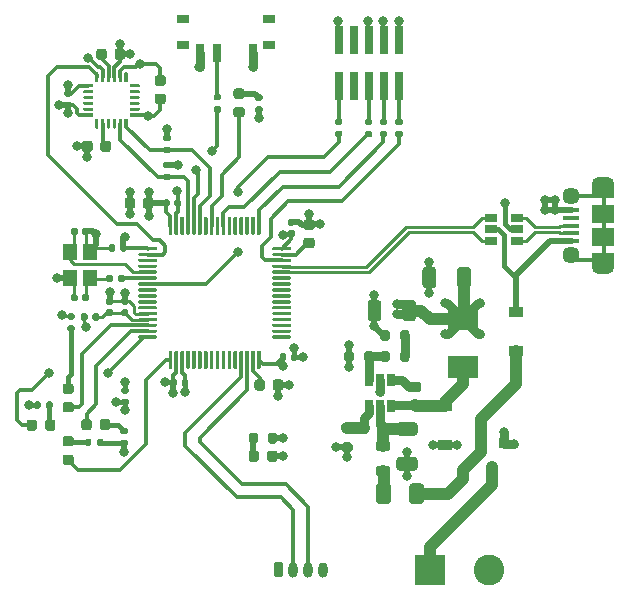
<source format=gbr>
%TF.GenerationSoftware,KiCad,Pcbnew,(5.1.10)-1*%
%TF.CreationDate,2021-09-20T20:27:13+02:00*%
%TF.ProjectId,STM32F405RG +  Gyro + I2C,53544d33-3246-4343-9035-5247202b2020,rev?*%
%TF.SameCoordinates,Original*%
%TF.FileFunction,Copper,L1,Top*%
%TF.FilePolarity,Positive*%
%FSLAX46Y46*%
G04 Gerber Fmt 4.6, Leading zero omitted, Abs format (unit mm)*
G04 Created by KiCad (PCBNEW (5.1.10)-1) date 2021-09-20 20:27:13*
%MOMM*%
%LPD*%
G01*
G04 APERTURE LIST*
%TA.AperFunction,SMDPad,CuDef*%
%ADD10R,0.740000X2.400000*%
%TD*%
%TA.AperFunction,SMDPad,CuDef*%
%ADD11R,1.060000X0.650000*%
%TD*%
%TA.AperFunction,SMDPad,CuDef*%
%ADD12R,1.900000X1.200000*%
%TD*%
%TA.AperFunction,ComponentPad*%
%ADD13O,1.900000X1.200000*%
%TD*%
%TA.AperFunction,SMDPad,CuDef*%
%ADD14R,1.900000X1.500000*%
%TD*%
%TA.AperFunction,ComponentPad*%
%ADD15C,1.450000*%
%TD*%
%TA.AperFunction,SMDPad,CuDef*%
%ADD16R,1.350000X0.400000*%
%TD*%
%TA.AperFunction,SMDPad,CuDef*%
%ADD17R,1.200000X1.400000*%
%TD*%
%TA.AperFunction,SMDPad,CuDef*%
%ADD18R,0.650000X1.060000*%
%TD*%
%TA.AperFunction,SMDPad,CuDef*%
%ADD19R,1.000000X0.800000*%
%TD*%
%TA.AperFunction,SMDPad,CuDef*%
%ADD20R,0.700000X1.500000*%
%TD*%
%TA.AperFunction,SMDPad,CuDef*%
%ADD21R,0.800000X0.900000*%
%TD*%
%TA.AperFunction,SMDPad,CuDef*%
%ADD22R,2.500000X1.900000*%
%TD*%
%TA.AperFunction,ComponentPad*%
%ADD23C,2.600000*%
%TD*%
%TA.AperFunction,ComponentPad*%
%ADD24R,2.600000X2.600000*%
%TD*%
%TA.AperFunction,ComponentPad*%
%ADD25O,0.800000X1.300000*%
%TD*%
%TA.AperFunction,SMDPad,CuDef*%
%ADD26R,1.200000X0.900000*%
%TD*%
%TA.AperFunction,ViaPad*%
%ADD27C,0.800000*%
%TD*%
%TA.AperFunction,Conductor*%
%ADD28C,0.500000*%
%TD*%
%TA.AperFunction,Conductor*%
%ADD29C,1.000000*%
%TD*%
%TA.AperFunction,Conductor*%
%ADD30C,0.750000*%
%TD*%
%TA.AperFunction,Conductor*%
%ADD31C,0.400000*%
%TD*%
%TA.AperFunction,Conductor*%
%ADD32C,0.300000*%
%TD*%
%TA.AperFunction,Conductor*%
%ADD33C,0.250000*%
%TD*%
%TA.AperFunction,Conductor*%
%ADD34C,0.261112*%
%TD*%
G04 APERTURE END LIST*
%TO.P,C21,2*%
%TO.N,GND*%
%TA.AperFunction,SMDPad,CuDef*%
G36*
G01*
X140150000Y-85125000D02*
X140650000Y-85125000D01*
G75*
G02*
X140875000Y-85350000I0J-225000D01*
G01*
X140875000Y-85800000D01*
G75*
G02*
X140650000Y-86025000I-225000J0D01*
G01*
X140150000Y-86025000D01*
G75*
G02*
X139925000Y-85800000I0J225000D01*
G01*
X139925000Y-85350000D01*
G75*
G02*
X140150000Y-85125000I225000J0D01*
G01*
G37*
%TD.AperFunction*%
%TO.P,C21,1*%
%TO.N,+3V3*%
%TA.AperFunction,SMDPad,CuDef*%
G36*
G01*
X140150000Y-83575000D02*
X140650000Y-83575000D01*
G75*
G02*
X140875000Y-83800000I0J-225000D01*
G01*
X140875000Y-84250000D01*
G75*
G02*
X140650000Y-84475000I-225000J0D01*
G01*
X140150000Y-84475000D01*
G75*
G02*
X139925000Y-84250000I0J225000D01*
G01*
X139925000Y-83800000D01*
G75*
G02*
X140150000Y-83575000I225000J0D01*
G01*
G37*
%TD.AperFunction*%
%TD*%
%TO.P,C20,2*%
%TO.N,GND*%
%TA.AperFunction,SMDPad,CuDef*%
G36*
G01*
X163750000Y-100049999D02*
X163750000Y-101350001D01*
G75*
G02*
X163500001Y-101600000I-249999J0D01*
G01*
X162849999Y-101600000D01*
G75*
G02*
X162600000Y-101350001I0J249999D01*
G01*
X162600000Y-100049999D01*
G75*
G02*
X162849999Y-99800000I249999J0D01*
G01*
X163500001Y-99800000D01*
G75*
G02*
X163750000Y-100049999I0J-249999D01*
G01*
G37*
%TD.AperFunction*%
%TO.P,C20,1*%
%TO.N,+3V3*%
%TA.AperFunction,SMDPad,CuDef*%
G36*
G01*
X166700000Y-100049999D02*
X166700000Y-101350001D01*
G75*
G02*
X166450001Y-101600000I-249999J0D01*
G01*
X165799999Y-101600000D01*
G75*
G02*
X165550000Y-101350001I0J249999D01*
G01*
X165550000Y-100049999D01*
G75*
G02*
X165799999Y-99800000I249999J0D01*
G01*
X166450001Y-99800000D01*
G75*
G02*
X166700000Y-100049999I0J-249999D01*
G01*
G37*
%TD.AperFunction*%
%TD*%
D10*
%TO.P,J3,10*%
%TO.N,Net-(J3-Pad10)*%
X155500000Y-84490000D03*
%TO.P,J3,9*%
%TO.N,GND*%
X155500000Y-80590000D03*
%TO.P,J3,8*%
%TO.N,Net-(J3-Pad8)*%
X156770000Y-84490000D03*
%TO.P,J3,7*%
%TO.N,Net-(J3-Pad7)*%
X156770000Y-80590000D03*
%TO.P,J3,6*%
%TO.N,Net-(J3-Pad6)*%
X158040000Y-84490000D03*
%TO.P,J3,5*%
%TO.N,GND*%
X158040000Y-80590000D03*
%TO.P,J3,4*%
%TO.N,Net-(J3-Pad4)*%
X159310000Y-84490000D03*
%TO.P,J3,3*%
%TO.N,GND*%
X159310000Y-80590000D03*
%TO.P,J3,2*%
%TO.N,Net-(J3-Pad2)*%
X160580000Y-84490000D03*
%TO.P,J3,1*%
%TO.N,+3V3*%
X160580000Y-80590000D03*
%TD*%
%TO.P,U4,64*%
%TO.N,+3V3*%
%TA.AperFunction,SMDPad,CuDef*%
G36*
G01*
X141100000Y-97025000D02*
X141100000Y-95625000D01*
G75*
G02*
X141175000Y-95550000I75000J0D01*
G01*
X141325000Y-95550000D01*
G75*
G02*
X141400000Y-95625000I0J-75000D01*
G01*
X141400000Y-97025000D01*
G75*
G02*
X141325000Y-97100000I-75000J0D01*
G01*
X141175000Y-97100000D01*
G75*
G02*
X141100000Y-97025000I0J75000D01*
G01*
G37*
%TD.AperFunction*%
%TO.P,U4,63*%
%TO.N,GND*%
%TA.AperFunction,SMDPad,CuDef*%
G36*
G01*
X141600000Y-97025000D02*
X141600000Y-95625000D01*
G75*
G02*
X141675000Y-95550000I75000J0D01*
G01*
X141825000Y-95550000D01*
G75*
G02*
X141900000Y-95625000I0J-75000D01*
G01*
X141900000Y-97025000D01*
G75*
G02*
X141825000Y-97100000I-75000J0D01*
G01*
X141675000Y-97100000D01*
G75*
G02*
X141600000Y-97025000I0J75000D01*
G01*
G37*
%TD.AperFunction*%
%TO.P,U4,62*%
%TO.N,Net-(U4-Pad62)*%
%TA.AperFunction,SMDPad,CuDef*%
G36*
G01*
X142100000Y-97025000D02*
X142100000Y-95625000D01*
G75*
G02*
X142175000Y-95550000I75000J0D01*
G01*
X142325000Y-95550000D01*
G75*
G02*
X142400000Y-95625000I0J-75000D01*
G01*
X142400000Y-97025000D01*
G75*
G02*
X142325000Y-97100000I-75000J0D01*
G01*
X142175000Y-97100000D01*
G75*
G02*
X142100000Y-97025000I0J75000D01*
G01*
G37*
%TD.AperFunction*%
%TO.P,U4,61*%
%TO.N,I2C_SCL*%
%TA.AperFunction,SMDPad,CuDef*%
G36*
G01*
X142600000Y-97025000D02*
X142600000Y-95625000D01*
G75*
G02*
X142675000Y-95550000I75000J0D01*
G01*
X142825000Y-95550000D01*
G75*
G02*
X142900000Y-95625000I0J-75000D01*
G01*
X142900000Y-97025000D01*
G75*
G02*
X142825000Y-97100000I-75000J0D01*
G01*
X142675000Y-97100000D01*
G75*
G02*
X142600000Y-97025000I0J75000D01*
G01*
G37*
%TD.AperFunction*%
%TO.P,U4,60*%
%TO.N,BOOT0*%
%TA.AperFunction,SMDPad,CuDef*%
G36*
G01*
X143100000Y-97025000D02*
X143100000Y-95625000D01*
G75*
G02*
X143175000Y-95550000I75000J0D01*
G01*
X143325000Y-95550000D01*
G75*
G02*
X143400000Y-95625000I0J-75000D01*
G01*
X143400000Y-97025000D01*
G75*
G02*
X143325000Y-97100000I-75000J0D01*
G01*
X143175000Y-97100000D01*
G75*
G02*
X143100000Y-97025000I0J75000D01*
G01*
G37*
%TD.AperFunction*%
%TO.P,U4,59*%
%TO.N,I2C_SDA*%
%TA.AperFunction,SMDPad,CuDef*%
G36*
G01*
X143600000Y-97025000D02*
X143600000Y-95625000D01*
G75*
G02*
X143675000Y-95550000I75000J0D01*
G01*
X143825000Y-95550000D01*
G75*
G02*
X143900000Y-95625000I0J-75000D01*
G01*
X143900000Y-97025000D01*
G75*
G02*
X143825000Y-97100000I-75000J0D01*
G01*
X143675000Y-97100000D01*
G75*
G02*
X143600000Y-97025000I0J75000D01*
G01*
G37*
%TD.AperFunction*%
%TO.P,U4,58*%
%TO.N,Net-(U4-Pad58)*%
%TA.AperFunction,SMDPad,CuDef*%
G36*
G01*
X144100000Y-97025000D02*
X144100000Y-95625000D01*
G75*
G02*
X144175000Y-95550000I75000J0D01*
G01*
X144325000Y-95550000D01*
G75*
G02*
X144400000Y-95625000I0J-75000D01*
G01*
X144400000Y-97025000D01*
G75*
G02*
X144325000Y-97100000I-75000J0D01*
G01*
X144175000Y-97100000D01*
G75*
G02*
X144100000Y-97025000I0J75000D01*
G01*
G37*
%TD.AperFunction*%
%TO.P,U4,57*%
%TO.N,LED*%
%TA.AperFunction,SMDPad,CuDef*%
G36*
G01*
X144600000Y-97025000D02*
X144600000Y-95625000D01*
G75*
G02*
X144675000Y-95550000I75000J0D01*
G01*
X144825000Y-95550000D01*
G75*
G02*
X144900000Y-95625000I0J-75000D01*
G01*
X144900000Y-97025000D01*
G75*
G02*
X144825000Y-97100000I-75000J0D01*
G01*
X144675000Y-97100000D01*
G75*
G02*
X144600000Y-97025000I0J75000D01*
G01*
G37*
%TD.AperFunction*%
%TO.P,U4,56*%
%TO.N,Net-(U4-Pad56)*%
%TA.AperFunction,SMDPad,CuDef*%
G36*
G01*
X145100000Y-97025000D02*
X145100000Y-95625000D01*
G75*
G02*
X145175000Y-95550000I75000J0D01*
G01*
X145325000Y-95550000D01*
G75*
G02*
X145400000Y-95625000I0J-75000D01*
G01*
X145400000Y-97025000D01*
G75*
G02*
X145325000Y-97100000I-75000J0D01*
G01*
X145175000Y-97100000D01*
G75*
G02*
X145100000Y-97025000I0J75000D01*
G01*
G37*
%TD.AperFunction*%
%TO.P,U4,55*%
%TO.N,SWO*%
%TA.AperFunction,SMDPad,CuDef*%
G36*
G01*
X145600000Y-97025000D02*
X145600000Y-95625000D01*
G75*
G02*
X145675000Y-95550000I75000J0D01*
G01*
X145825000Y-95550000D01*
G75*
G02*
X145900000Y-95625000I0J-75000D01*
G01*
X145900000Y-97025000D01*
G75*
G02*
X145825000Y-97100000I-75000J0D01*
G01*
X145675000Y-97100000D01*
G75*
G02*
X145600000Y-97025000I0J75000D01*
G01*
G37*
%TD.AperFunction*%
%TO.P,U4,54*%
%TO.N,Net-(U4-Pad54)*%
%TA.AperFunction,SMDPad,CuDef*%
G36*
G01*
X146100000Y-97025000D02*
X146100000Y-95625000D01*
G75*
G02*
X146175000Y-95550000I75000J0D01*
G01*
X146325000Y-95550000D01*
G75*
G02*
X146400000Y-95625000I0J-75000D01*
G01*
X146400000Y-97025000D01*
G75*
G02*
X146325000Y-97100000I-75000J0D01*
G01*
X146175000Y-97100000D01*
G75*
G02*
X146100000Y-97025000I0J75000D01*
G01*
G37*
%TD.AperFunction*%
%TO.P,U4,53*%
%TO.N,Net-(U4-Pad53)*%
%TA.AperFunction,SMDPad,CuDef*%
G36*
G01*
X146600000Y-97025000D02*
X146600000Y-95625000D01*
G75*
G02*
X146675000Y-95550000I75000J0D01*
G01*
X146825000Y-95550000D01*
G75*
G02*
X146900000Y-95625000I0J-75000D01*
G01*
X146900000Y-97025000D01*
G75*
G02*
X146825000Y-97100000I-75000J0D01*
G01*
X146675000Y-97100000D01*
G75*
G02*
X146600000Y-97025000I0J75000D01*
G01*
G37*
%TD.AperFunction*%
%TO.P,U4,52*%
%TO.N,Net-(U4-Pad52)*%
%TA.AperFunction,SMDPad,CuDef*%
G36*
G01*
X147100000Y-97025000D02*
X147100000Y-95625000D01*
G75*
G02*
X147175000Y-95550000I75000J0D01*
G01*
X147325000Y-95550000D01*
G75*
G02*
X147400000Y-95625000I0J-75000D01*
G01*
X147400000Y-97025000D01*
G75*
G02*
X147325000Y-97100000I-75000J0D01*
G01*
X147175000Y-97100000D01*
G75*
G02*
X147100000Y-97025000I0J75000D01*
G01*
G37*
%TD.AperFunction*%
%TO.P,U4,51*%
%TO.N,Net-(U4-Pad51)*%
%TA.AperFunction,SMDPad,CuDef*%
G36*
G01*
X147600000Y-97025000D02*
X147600000Y-95625000D01*
G75*
G02*
X147675000Y-95550000I75000J0D01*
G01*
X147825000Y-95550000D01*
G75*
G02*
X147900000Y-95625000I0J-75000D01*
G01*
X147900000Y-97025000D01*
G75*
G02*
X147825000Y-97100000I-75000J0D01*
G01*
X147675000Y-97100000D01*
G75*
G02*
X147600000Y-97025000I0J75000D01*
G01*
G37*
%TD.AperFunction*%
%TO.P,U4,50*%
%TO.N,Net-(U4-Pad50)*%
%TA.AperFunction,SMDPad,CuDef*%
G36*
G01*
X148100000Y-97025000D02*
X148100000Y-95625000D01*
G75*
G02*
X148175000Y-95550000I75000J0D01*
G01*
X148325000Y-95550000D01*
G75*
G02*
X148400000Y-95625000I0J-75000D01*
G01*
X148400000Y-97025000D01*
G75*
G02*
X148325000Y-97100000I-75000J0D01*
G01*
X148175000Y-97100000D01*
G75*
G02*
X148100000Y-97025000I0J75000D01*
G01*
G37*
%TD.AperFunction*%
%TO.P,U4,49*%
%TO.N,SWCLK*%
%TA.AperFunction,SMDPad,CuDef*%
G36*
G01*
X148600000Y-97025000D02*
X148600000Y-95625000D01*
G75*
G02*
X148675000Y-95550000I75000J0D01*
G01*
X148825000Y-95550000D01*
G75*
G02*
X148900000Y-95625000I0J-75000D01*
G01*
X148900000Y-97025000D01*
G75*
G02*
X148825000Y-97100000I-75000J0D01*
G01*
X148675000Y-97100000D01*
G75*
G02*
X148600000Y-97025000I0J75000D01*
G01*
G37*
%TD.AperFunction*%
%TO.P,U4,48*%
%TO.N,+3V3*%
%TA.AperFunction,SMDPad,CuDef*%
G36*
G01*
X149900000Y-98325000D02*
X149900000Y-98175000D01*
G75*
G02*
X149975000Y-98100000I75000J0D01*
G01*
X151375000Y-98100000D01*
G75*
G02*
X151450000Y-98175000I0J-75000D01*
G01*
X151450000Y-98325000D01*
G75*
G02*
X151375000Y-98400000I-75000J0D01*
G01*
X149975000Y-98400000D01*
G75*
G02*
X149900000Y-98325000I0J75000D01*
G01*
G37*
%TD.AperFunction*%
%TO.P,U4,47*%
%TO.N,Net-(C10-Pad1)*%
%TA.AperFunction,SMDPad,CuDef*%
G36*
G01*
X149900000Y-98825000D02*
X149900000Y-98675000D01*
G75*
G02*
X149975000Y-98600000I75000J0D01*
G01*
X151375000Y-98600000D01*
G75*
G02*
X151450000Y-98675000I0J-75000D01*
G01*
X151450000Y-98825000D01*
G75*
G02*
X151375000Y-98900000I-75000J0D01*
G01*
X149975000Y-98900000D01*
G75*
G02*
X149900000Y-98825000I0J75000D01*
G01*
G37*
%TD.AperFunction*%
%TO.P,U4,46*%
%TO.N,SWDIO*%
%TA.AperFunction,SMDPad,CuDef*%
G36*
G01*
X149900000Y-99325000D02*
X149900000Y-99175000D01*
G75*
G02*
X149975000Y-99100000I75000J0D01*
G01*
X151375000Y-99100000D01*
G75*
G02*
X151450000Y-99175000I0J-75000D01*
G01*
X151450000Y-99325000D01*
G75*
G02*
X151375000Y-99400000I-75000J0D01*
G01*
X149975000Y-99400000D01*
G75*
G02*
X149900000Y-99325000I0J75000D01*
G01*
G37*
%TD.AperFunction*%
%TO.P,U4,45*%
%TO.N,USB_OTG_FS_D+*%
%TA.AperFunction,SMDPad,CuDef*%
G36*
G01*
X149900000Y-99825000D02*
X149900000Y-99675000D01*
G75*
G02*
X149975000Y-99600000I75000J0D01*
G01*
X151375000Y-99600000D01*
G75*
G02*
X151450000Y-99675000I0J-75000D01*
G01*
X151450000Y-99825000D01*
G75*
G02*
X151375000Y-99900000I-75000J0D01*
G01*
X149975000Y-99900000D01*
G75*
G02*
X149900000Y-99825000I0J75000D01*
G01*
G37*
%TD.AperFunction*%
%TO.P,U4,44*%
%TO.N,USB_OTG_FS_D-*%
%TA.AperFunction,SMDPad,CuDef*%
G36*
G01*
X149900000Y-100325000D02*
X149900000Y-100175000D01*
G75*
G02*
X149975000Y-100100000I75000J0D01*
G01*
X151375000Y-100100000D01*
G75*
G02*
X151450000Y-100175000I0J-75000D01*
G01*
X151450000Y-100325000D01*
G75*
G02*
X151375000Y-100400000I-75000J0D01*
G01*
X149975000Y-100400000D01*
G75*
G02*
X149900000Y-100325000I0J75000D01*
G01*
G37*
%TD.AperFunction*%
%TO.P,U4,43*%
%TO.N,Net-(U4-Pad43)*%
%TA.AperFunction,SMDPad,CuDef*%
G36*
G01*
X149900000Y-100825000D02*
X149900000Y-100675000D01*
G75*
G02*
X149975000Y-100600000I75000J0D01*
G01*
X151375000Y-100600000D01*
G75*
G02*
X151450000Y-100675000I0J-75000D01*
G01*
X151450000Y-100825000D01*
G75*
G02*
X151375000Y-100900000I-75000J0D01*
G01*
X149975000Y-100900000D01*
G75*
G02*
X149900000Y-100825000I0J75000D01*
G01*
G37*
%TD.AperFunction*%
%TO.P,U4,42*%
%TO.N,Net-(U4-Pad42)*%
%TA.AperFunction,SMDPad,CuDef*%
G36*
G01*
X149900000Y-101325000D02*
X149900000Y-101175000D01*
G75*
G02*
X149975000Y-101100000I75000J0D01*
G01*
X151375000Y-101100000D01*
G75*
G02*
X151450000Y-101175000I0J-75000D01*
G01*
X151450000Y-101325000D01*
G75*
G02*
X151375000Y-101400000I-75000J0D01*
G01*
X149975000Y-101400000D01*
G75*
G02*
X149900000Y-101325000I0J75000D01*
G01*
G37*
%TD.AperFunction*%
%TO.P,U4,41*%
%TO.N,Net-(U4-Pad41)*%
%TA.AperFunction,SMDPad,CuDef*%
G36*
G01*
X149900000Y-101825000D02*
X149900000Y-101675000D01*
G75*
G02*
X149975000Y-101600000I75000J0D01*
G01*
X151375000Y-101600000D01*
G75*
G02*
X151450000Y-101675000I0J-75000D01*
G01*
X151450000Y-101825000D01*
G75*
G02*
X151375000Y-101900000I-75000J0D01*
G01*
X149975000Y-101900000D01*
G75*
G02*
X149900000Y-101825000I0J75000D01*
G01*
G37*
%TD.AperFunction*%
%TO.P,U4,40*%
%TO.N,Net-(U4-Pad40)*%
%TA.AperFunction,SMDPad,CuDef*%
G36*
G01*
X149900000Y-102325000D02*
X149900000Y-102175000D01*
G75*
G02*
X149975000Y-102100000I75000J0D01*
G01*
X151375000Y-102100000D01*
G75*
G02*
X151450000Y-102175000I0J-75000D01*
G01*
X151450000Y-102325000D01*
G75*
G02*
X151375000Y-102400000I-75000J0D01*
G01*
X149975000Y-102400000D01*
G75*
G02*
X149900000Y-102325000I0J75000D01*
G01*
G37*
%TD.AperFunction*%
%TO.P,U4,39*%
%TO.N,Net-(U4-Pad39)*%
%TA.AperFunction,SMDPad,CuDef*%
G36*
G01*
X149900000Y-102825000D02*
X149900000Y-102675000D01*
G75*
G02*
X149975000Y-102600000I75000J0D01*
G01*
X151375000Y-102600000D01*
G75*
G02*
X151450000Y-102675000I0J-75000D01*
G01*
X151450000Y-102825000D01*
G75*
G02*
X151375000Y-102900000I-75000J0D01*
G01*
X149975000Y-102900000D01*
G75*
G02*
X149900000Y-102825000I0J75000D01*
G01*
G37*
%TD.AperFunction*%
%TO.P,U4,38*%
%TO.N,Net-(U4-Pad38)*%
%TA.AperFunction,SMDPad,CuDef*%
G36*
G01*
X149900000Y-103325000D02*
X149900000Y-103175000D01*
G75*
G02*
X149975000Y-103100000I75000J0D01*
G01*
X151375000Y-103100000D01*
G75*
G02*
X151450000Y-103175000I0J-75000D01*
G01*
X151450000Y-103325000D01*
G75*
G02*
X151375000Y-103400000I-75000J0D01*
G01*
X149975000Y-103400000D01*
G75*
G02*
X149900000Y-103325000I0J75000D01*
G01*
G37*
%TD.AperFunction*%
%TO.P,U4,37*%
%TO.N,Net-(U4-Pad37)*%
%TA.AperFunction,SMDPad,CuDef*%
G36*
G01*
X149900000Y-103825000D02*
X149900000Y-103675000D01*
G75*
G02*
X149975000Y-103600000I75000J0D01*
G01*
X151375000Y-103600000D01*
G75*
G02*
X151450000Y-103675000I0J-75000D01*
G01*
X151450000Y-103825000D01*
G75*
G02*
X151375000Y-103900000I-75000J0D01*
G01*
X149975000Y-103900000D01*
G75*
G02*
X149900000Y-103825000I0J75000D01*
G01*
G37*
%TD.AperFunction*%
%TO.P,U4,36*%
%TO.N,Net-(U4-Pad36)*%
%TA.AperFunction,SMDPad,CuDef*%
G36*
G01*
X149900000Y-104325000D02*
X149900000Y-104175000D01*
G75*
G02*
X149975000Y-104100000I75000J0D01*
G01*
X151375000Y-104100000D01*
G75*
G02*
X151450000Y-104175000I0J-75000D01*
G01*
X151450000Y-104325000D01*
G75*
G02*
X151375000Y-104400000I-75000J0D01*
G01*
X149975000Y-104400000D01*
G75*
G02*
X149900000Y-104325000I0J75000D01*
G01*
G37*
%TD.AperFunction*%
%TO.P,U4,35*%
%TO.N,Net-(U4-Pad35)*%
%TA.AperFunction,SMDPad,CuDef*%
G36*
G01*
X149900000Y-104825000D02*
X149900000Y-104675000D01*
G75*
G02*
X149975000Y-104600000I75000J0D01*
G01*
X151375000Y-104600000D01*
G75*
G02*
X151450000Y-104675000I0J-75000D01*
G01*
X151450000Y-104825000D01*
G75*
G02*
X151375000Y-104900000I-75000J0D01*
G01*
X149975000Y-104900000D01*
G75*
G02*
X149900000Y-104825000I0J75000D01*
G01*
G37*
%TD.AperFunction*%
%TO.P,U4,34*%
%TO.N,Net-(U4-Pad34)*%
%TA.AperFunction,SMDPad,CuDef*%
G36*
G01*
X149900000Y-105325000D02*
X149900000Y-105175000D01*
G75*
G02*
X149975000Y-105100000I75000J0D01*
G01*
X151375000Y-105100000D01*
G75*
G02*
X151450000Y-105175000I0J-75000D01*
G01*
X151450000Y-105325000D01*
G75*
G02*
X151375000Y-105400000I-75000J0D01*
G01*
X149975000Y-105400000D01*
G75*
G02*
X149900000Y-105325000I0J75000D01*
G01*
G37*
%TD.AperFunction*%
%TO.P,U4,33*%
%TO.N,Net-(U4-Pad33)*%
%TA.AperFunction,SMDPad,CuDef*%
G36*
G01*
X149900000Y-105825000D02*
X149900000Y-105675000D01*
G75*
G02*
X149975000Y-105600000I75000J0D01*
G01*
X151375000Y-105600000D01*
G75*
G02*
X151450000Y-105675000I0J-75000D01*
G01*
X151450000Y-105825000D01*
G75*
G02*
X151375000Y-105900000I-75000J0D01*
G01*
X149975000Y-105900000D01*
G75*
G02*
X149900000Y-105825000I0J75000D01*
G01*
G37*
%TD.AperFunction*%
%TO.P,U4,32*%
%TO.N,+3V3*%
%TA.AperFunction,SMDPad,CuDef*%
G36*
G01*
X148600000Y-108375000D02*
X148600000Y-106975000D01*
G75*
G02*
X148675000Y-106900000I75000J0D01*
G01*
X148825000Y-106900000D01*
G75*
G02*
X148900000Y-106975000I0J-75000D01*
G01*
X148900000Y-108375000D01*
G75*
G02*
X148825000Y-108450000I-75000J0D01*
G01*
X148675000Y-108450000D01*
G75*
G02*
X148600000Y-108375000I0J75000D01*
G01*
G37*
%TD.AperFunction*%
%TO.P,U4,31*%
%TO.N,Net-(C9-Pad1)*%
%TA.AperFunction,SMDPad,CuDef*%
G36*
G01*
X148100000Y-108375000D02*
X148100000Y-106975000D01*
G75*
G02*
X148175000Y-106900000I75000J0D01*
G01*
X148325000Y-106900000D01*
G75*
G02*
X148400000Y-106975000I0J-75000D01*
G01*
X148400000Y-108375000D01*
G75*
G02*
X148325000Y-108450000I-75000J0D01*
G01*
X148175000Y-108450000D01*
G75*
G02*
X148100000Y-108375000I0J75000D01*
G01*
G37*
%TD.AperFunction*%
%TO.P,U4,30*%
%TO.N,USART_RX*%
%TA.AperFunction,SMDPad,CuDef*%
G36*
G01*
X147600000Y-108375000D02*
X147600000Y-106975000D01*
G75*
G02*
X147675000Y-106900000I75000J0D01*
G01*
X147825000Y-106900000D01*
G75*
G02*
X147900000Y-106975000I0J-75000D01*
G01*
X147900000Y-108375000D01*
G75*
G02*
X147825000Y-108450000I-75000J0D01*
G01*
X147675000Y-108450000D01*
G75*
G02*
X147600000Y-108375000I0J75000D01*
G01*
G37*
%TD.AperFunction*%
%TO.P,U4,29*%
%TO.N,USART_TX*%
%TA.AperFunction,SMDPad,CuDef*%
G36*
G01*
X147100000Y-108375000D02*
X147100000Y-106975000D01*
G75*
G02*
X147175000Y-106900000I75000J0D01*
G01*
X147325000Y-106900000D01*
G75*
G02*
X147400000Y-106975000I0J-75000D01*
G01*
X147400000Y-108375000D01*
G75*
G02*
X147325000Y-108450000I-75000J0D01*
G01*
X147175000Y-108450000D01*
G75*
G02*
X147100000Y-108375000I0J75000D01*
G01*
G37*
%TD.AperFunction*%
%TO.P,U4,28*%
%TO.N,Net-(U4-Pad28)*%
%TA.AperFunction,SMDPad,CuDef*%
G36*
G01*
X146600000Y-108375000D02*
X146600000Y-106975000D01*
G75*
G02*
X146675000Y-106900000I75000J0D01*
G01*
X146825000Y-106900000D01*
G75*
G02*
X146900000Y-106975000I0J-75000D01*
G01*
X146900000Y-108375000D01*
G75*
G02*
X146825000Y-108450000I-75000J0D01*
G01*
X146675000Y-108450000D01*
G75*
G02*
X146600000Y-108375000I0J75000D01*
G01*
G37*
%TD.AperFunction*%
%TO.P,U4,27*%
%TO.N,Net-(U4-Pad27)*%
%TA.AperFunction,SMDPad,CuDef*%
G36*
G01*
X146100000Y-108375000D02*
X146100000Y-106975000D01*
G75*
G02*
X146175000Y-106900000I75000J0D01*
G01*
X146325000Y-106900000D01*
G75*
G02*
X146400000Y-106975000I0J-75000D01*
G01*
X146400000Y-108375000D01*
G75*
G02*
X146325000Y-108450000I-75000J0D01*
G01*
X146175000Y-108450000D01*
G75*
G02*
X146100000Y-108375000I0J75000D01*
G01*
G37*
%TD.AperFunction*%
%TO.P,U4,26*%
%TO.N,Net-(U4-Pad26)*%
%TA.AperFunction,SMDPad,CuDef*%
G36*
G01*
X145600000Y-108375000D02*
X145600000Y-106975000D01*
G75*
G02*
X145675000Y-106900000I75000J0D01*
G01*
X145825000Y-106900000D01*
G75*
G02*
X145900000Y-106975000I0J-75000D01*
G01*
X145900000Y-108375000D01*
G75*
G02*
X145825000Y-108450000I-75000J0D01*
G01*
X145675000Y-108450000D01*
G75*
G02*
X145600000Y-108375000I0J75000D01*
G01*
G37*
%TD.AperFunction*%
%TO.P,U4,25*%
%TO.N,Net-(U4-Pad25)*%
%TA.AperFunction,SMDPad,CuDef*%
G36*
G01*
X145100000Y-108375000D02*
X145100000Y-106975000D01*
G75*
G02*
X145175000Y-106900000I75000J0D01*
G01*
X145325000Y-106900000D01*
G75*
G02*
X145400000Y-106975000I0J-75000D01*
G01*
X145400000Y-108375000D01*
G75*
G02*
X145325000Y-108450000I-75000J0D01*
G01*
X145175000Y-108450000D01*
G75*
G02*
X145100000Y-108375000I0J75000D01*
G01*
G37*
%TD.AperFunction*%
%TO.P,U4,24*%
%TO.N,Net-(U4-Pad24)*%
%TA.AperFunction,SMDPad,CuDef*%
G36*
G01*
X144600000Y-108375000D02*
X144600000Y-106975000D01*
G75*
G02*
X144675000Y-106900000I75000J0D01*
G01*
X144825000Y-106900000D01*
G75*
G02*
X144900000Y-106975000I0J-75000D01*
G01*
X144900000Y-108375000D01*
G75*
G02*
X144825000Y-108450000I-75000J0D01*
G01*
X144675000Y-108450000D01*
G75*
G02*
X144600000Y-108375000I0J75000D01*
G01*
G37*
%TD.AperFunction*%
%TO.P,U4,23*%
%TO.N,Net-(U4-Pad23)*%
%TA.AperFunction,SMDPad,CuDef*%
G36*
G01*
X144100000Y-108375000D02*
X144100000Y-106975000D01*
G75*
G02*
X144175000Y-106900000I75000J0D01*
G01*
X144325000Y-106900000D01*
G75*
G02*
X144400000Y-106975000I0J-75000D01*
G01*
X144400000Y-108375000D01*
G75*
G02*
X144325000Y-108450000I-75000J0D01*
G01*
X144175000Y-108450000D01*
G75*
G02*
X144100000Y-108375000I0J75000D01*
G01*
G37*
%TD.AperFunction*%
%TO.P,U4,22*%
%TO.N,Net-(U4-Pad22)*%
%TA.AperFunction,SMDPad,CuDef*%
G36*
G01*
X143600000Y-108375000D02*
X143600000Y-106975000D01*
G75*
G02*
X143675000Y-106900000I75000J0D01*
G01*
X143825000Y-106900000D01*
G75*
G02*
X143900000Y-106975000I0J-75000D01*
G01*
X143900000Y-108375000D01*
G75*
G02*
X143825000Y-108450000I-75000J0D01*
G01*
X143675000Y-108450000D01*
G75*
G02*
X143600000Y-108375000I0J75000D01*
G01*
G37*
%TD.AperFunction*%
%TO.P,U4,21*%
%TO.N,Net-(U4-Pad21)*%
%TA.AperFunction,SMDPad,CuDef*%
G36*
G01*
X143100000Y-108375000D02*
X143100000Y-106975000D01*
G75*
G02*
X143175000Y-106900000I75000J0D01*
G01*
X143325000Y-106900000D01*
G75*
G02*
X143400000Y-106975000I0J-75000D01*
G01*
X143400000Y-108375000D01*
G75*
G02*
X143325000Y-108450000I-75000J0D01*
G01*
X143175000Y-108450000D01*
G75*
G02*
X143100000Y-108375000I0J75000D01*
G01*
G37*
%TD.AperFunction*%
%TO.P,U4,20*%
%TO.N,Net-(U4-Pad20)*%
%TA.AperFunction,SMDPad,CuDef*%
G36*
G01*
X142600000Y-108375000D02*
X142600000Y-106975000D01*
G75*
G02*
X142675000Y-106900000I75000J0D01*
G01*
X142825000Y-106900000D01*
G75*
G02*
X142900000Y-106975000I0J-75000D01*
G01*
X142900000Y-108375000D01*
G75*
G02*
X142825000Y-108450000I-75000J0D01*
G01*
X142675000Y-108450000D01*
G75*
G02*
X142600000Y-108375000I0J75000D01*
G01*
G37*
%TD.AperFunction*%
%TO.P,U4,19*%
%TO.N,+3V3*%
%TA.AperFunction,SMDPad,CuDef*%
G36*
G01*
X142100000Y-108375000D02*
X142100000Y-106975000D01*
G75*
G02*
X142175000Y-106900000I75000J0D01*
G01*
X142325000Y-106900000D01*
G75*
G02*
X142400000Y-106975000I0J-75000D01*
G01*
X142400000Y-108375000D01*
G75*
G02*
X142325000Y-108450000I-75000J0D01*
G01*
X142175000Y-108450000D01*
G75*
G02*
X142100000Y-108375000I0J75000D01*
G01*
G37*
%TD.AperFunction*%
%TO.P,U4,18*%
%TO.N,GND*%
%TA.AperFunction,SMDPad,CuDef*%
G36*
G01*
X141600000Y-108375000D02*
X141600000Y-106975000D01*
G75*
G02*
X141675000Y-106900000I75000J0D01*
G01*
X141825000Y-106900000D01*
G75*
G02*
X141900000Y-106975000I0J-75000D01*
G01*
X141900000Y-108375000D01*
G75*
G02*
X141825000Y-108450000I-75000J0D01*
G01*
X141675000Y-108450000D01*
G75*
G02*
X141600000Y-108375000I0J75000D01*
G01*
G37*
%TD.AperFunction*%
%TO.P,U4,17*%
%TO.N,TIM2_CH4*%
%TA.AperFunction,SMDPad,CuDef*%
G36*
G01*
X141100000Y-108375000D02*
X141100000Y-106975000D01*
G75*
G02*
X141175000Y-106900000I75000J0D01*
G01*
X141325000Y-106900000D01*
G75*
G02*
X141400000Y-106975000I0J-75000D01*
G01*
X141400000Y-108375000D01*
G75*
G02*
X141325000Y-108450000I-75000J0D01*
G01*
X141175000Y-108450000D01*
G75*
G02*
X141100000Y-108375000I0J75000D01*
G01*
G37*
%TD.AperFunction*%
%TO.P,U4,16*%
%TO.N,TIM2_CH3*%
%TA.AperFunction,SMDPad,CuDef*%
G36*
G01*
X138550000Y-105825000D02*
X138550000Y-105675000D01*
G75*
G02*
X138625000Y-105600000I75000J0D01*
G01*
X140025000Y-105600000D01*
G75*
G02*
X140100000Y-105675000I0J-75000D01*
G01*
X140100000Y-105825000D01*
G75*
G02*
X140025000Y-105900000I-75000J0D01*
G01*
X138625000Y-105900000D01*
G75*
G02*
X138550000Y-105825000I0J75000D01*
G01*
G37*
%TD.AperFunction*%
%TO.P,U4,15*%
%TO.N,TIM2_CH2*%
%TA.AperFunction,SMDPad,CuDef*%
G36*
G01*
X138550000Y-105325000D02*
X138550000Y-105175000D01*
G75*
G02*
X138625000Y-105100000I75000J0D01*
G01*
X140025000Y-105100000D01*
G75*
G02*
X140100000Y-105175000I0J-75000D01*
G01*
X140100000Y-105325000D01*
G75*
G02*
X140025000Y-105400000I-75000J0D01*
G01*
X138625000Y-105400000D01*
G75*
G02*
X138550000Y-105325000I0J75000D01*
G01*
G37*
%TD.AperFunction*%
%TO.P,U4,14*%
%TO.N,TIM2_CH1*%
%TA.AperFunction,SMDPad,CuDef*%
G36*
G01*
X138550000Y-104825000D02*
X138550000Y-104675000D01*
G75*
G02*
X138625000Y-104600000I75000J0D01*
G01*
X140025000Y-104600000D01*
G75*
G02*
X140100000Y-104675000I0J-75000D01*
G01*
X140100000Y-104825000D01*
G75*
G02*
X140025000Y-104900000I-75000J0D01*
G01*
X138625000Y-104900000D01*
G75*
G02*
X138550000Y-104825000I0J75000D01*
G01*
G37*
%TD.AperFunction*%
%TO.P,U4,13*%
%TO.N,+3.3VA*%
%TA.AperFunction,SMDPad,CuDef*%
G36*
G01*
X138550000Y-104325000D02*
X138550000Y-104175000D01*
G75*
G02*
X138625000Y-104100000I75000J0D01*
G01*
X140025000Y-104100000D01*
G75*
G02*
X140100000Y-104175000I0J-75000D01*
G01*
X140100000Y-104325000D01*
G75*
G02*
X140025000Y-104400000I-75000J0D01*
G01*
X138625000Y-104400000D01*
G75*
G02*
X138550000Y-104325000I0J75000D01*
G01*
G37*
%TD.AperFunction*%
%TO.P,U4,12*%
%TO.N,GND*%
%TA.AperFunction,SMDPad,CuDef*%
G36*
G01*
X138550000Y-103825000D02*
X138550000Y-103675000D01*
G75*
G02*
X138625000Y-103600000I75000J0D01*
G01*
X140025000Y-103600000D01*
G75*
G02*
X140100000Y-103675000I0J-75000D01*
G01*
X140100000Y-103825000D01*
G75*
G02*
X140025000Y-103900000I-75000J0D01*
G01*
X138625000Y-103900000D01*
G75*
G02*
X138550000Y-103825000I0J75000D01*
G01*
G37*
%TD.AperFunction*%
%TO.P,U4,11*%
%TO.N,Net-(U4-Pad11)*%
%TA.AperFunction,SMDPad,CuDef*%
G36*
G01*
X138550000Y-103325000D02*
X138550000Y-103175000D01*
G75*
G02*
X138625000Y-103100000I75000J0D01*
G01*
X140025000Y-103100000D01*
G75*
G02*
X140100000Y-103175000I0J-75000D01*
G01*
X140100000Y-103325000D01*
G75*
G02*
X140025000Y-103400000I-75000J0D01*
G01*
X138625000Y-103400000D01*
G75*
G02*
X138550000Y-103325000I0J75000D01*
G01*
G37*
%TD.AperFunction*%
%TO.P,U4,10*%
%TO.N,Net-(U4-Pad10)*%
%TA.AperFunction,SMDPad,CuDef*%
G36*
G01*
X138550000Y-102825000D02*
X138550000Y-102675000D01*
G75*
G02*
X138625000Y-102600000I75000J0D01*
G01*
X140025000Y-102600000D01*
G75*
G02*
X140100000Y-102675000I0J-75000D01*
G01*
X140100000Y-102825000D01*
G75*
G02*
X140025000Y-102900000I-75000J0D01*
G01*
X138625000Y-102900000D01*
G75*
G02*
X138550000Y-102825000I0J75000D01*
G01*
G37*
%TD.AperFunction*%
%TO.P,U4,9*%
%TO.N,Net-(U4-Pad9)*%
%TA.AperFunction,SMDPad,CuDef*%
G36*
G01*
X138550000Y-102325000D02*
X138550000Y-102175000D01*
G75*
G02*
X138625000Y-102100000I75000J0D01*
G01*
X140025000Y-102100000D01*
G75*
G02*
X140100000Y-102175000I0J-75000D01*
G01*
X140100000Y-102325000D01*
G75*
G02*
X140025000Y-102400000I-75000J0D01*
G01*
X138625000Y-102400000D01*
G75*
G02*
X138550000Y-102325000I0J75000D01*
G01*
G37*
%TD.AperFunction*%
%TO.P,U4,8*%
%TO.N,Net-(U4-Pad8)*%
%TA.AperFunction,SMDPad,CuDef*%
G36*
G01*
X138550000Y-101825000D02*
X138550000Y-101675000D01*
G75*
G02*
X138625000Y-101600000I75000J0D01*
G01*
X140025000Y-101600000D01*
G75*
G02*
X140100000Y-101675000I0J-75000D01*
G01*
X140100000Y-101825000D01*
G75*
G02*
X140025000Y-101900000I-75000J0D01*
G01*
X138625000Y-101900000D01*
G75*
G02*
X138550000Y-101825000I0J75000D01*
G01*
G37*
%TD.AperFunction*%
%TO.P,U4,7*%
%TO.N,NRST*%
%TA.AperFunction,SMDPad,CuDef*%
G36*
G01*
X138550000Y-101325000D02*
X138550000Y-101175000D01*
G75*
G02*
X138625000Y-101100000I75000J0D01*
G01*
X140025000Y-101100000D01*
G75*
G02*
X140100000Y-101175000I0J-75000D01*
G01*
X140100000Y-101325000D01*
G75*
G02*
X140025000Y-101400000I-75000J0D01*
G01*
X138625000Y-101400000D01*
G75*
G02*
X138550000Y-101325000I0J75000D01*
G01*
G37*
%TD.AperFunction*%
%TO.P,U4,6*%
%TO.N,HSE_OUT*%
%TA.AperFunction,SMDPad,CuDef*%
G36*
G01*
X138550000Y-100825000D02*
X138550000Y-100675000D01*
G75*
G02*
X138625000Y-100600000I75000J0D01*
G01*
X140025000Y-100600000D01*
G75*
G02*
X140100000Y-100675000I0J-75000D01*
G01*
X140100000Y-100825000D01*
G75*
G02*
X140025000Y-100900000I-75000J0D01*
G01*
X138625000Y-100900000D01*
G75*
G02*
X138550000Y-100825000I0J75000D01*
G01*
G37*
%TD.AperFunction*%
%TO.P,U4,5*%
%TO.N,HSE_IN*%
%TA.AperFunction,SMDPad,CuDef*%
G36*
G01*
X138550000Y-100325000D02*
X138550000Y-100175000D01*
G75*
G02*
X138625000Y-100100000I75000J0D01*
G01*
X140025000Y-100100000D01*
G75*
G02*
X140100000Y-100175000I0J-75000D01*
G01*
X140100000Y-100325000D01*
G75*
G02*
X140025000Y-100400000I-75000J0D01*
G01*
X138625000Y-100400000D01*
G75*
G02*
X138550000Y-100325000I0J75000D01*
G01*
G37*
%TD.AperFunction*%
%TO.P,U4,4*%
%TO.N,Net-(U4-Pad4)*%
%TA.AperFunction,SMDPad,CuDef*%
G36*
G01*
X138550000Y-99825000D02*
X138550000Y-99675000D01*
G75*
G02*
X138625000Y-99600000I75000J0D01*
G01*
X140025000Y-99600000D01*
G75*
G02*
X140100000Y-99675000I0J-75000D01*
G01*
X140100000Y-99825000D01*
G75*
G02*
X140025000Y-99900000I-75000J0D01*
G01*
X138625000Y-99900000D01*
G75*
G02*
X138550000Y-99825000I0J75000D01*
G01*
G37*
%TD.AperFunction*%
%TO.P,U4,3*%
%TO.N,Net-(U4-Pad3)*%
%TA.AperFunction,SMDPad,CuDef*%
G36*
G01*
X138550000Y-99325000D02*
X138550000Y-99175000D01*
G75*
G02*
X138625000Y-99100000I75000J0D01*
G01*
X140025000Y-99100000D01*
G75*
G02*
X140100000Y-99175000I0J-75000D01*
G01*
X140100000Y-99325000D01*
G75*
G02*
X140025000Y-99400000I-75000J0D01*
G01*
X138625000Y-99400000D01*
G75*
G02*
X138550000Y-99325000I0J75000D01*
G01*
G37*
%TD.AperFunction*%
%TO.P,U4,2*%
%TO.N,GYRO_INT*%
%TA.AperFunction,SMDPad,CuDef*%
G36*
G01*
X138550000Y-98825000D02*
X138550000Y-98675000D01*
G75*
G02*
X138625000Y-98600000I75000J0D01*
G01*
X140025000Y-98600000D01*
G75*
G02*
X140100000Y-98675000I0J-75000D01*
G01*
X140100000Y-98825000D01*
G75*
G02*
X140025000Y-98900000I-75000J0D01*
G01*
X138625000Y-98900000D01*
G75*
G02*
X138550000Y-98825000I0J75000D01*
G01*
G37*
%TD.AperFunction*%
%TO.P,U4,1*%
%TO.N,+3V3*%
%TA.AperFunction,SMDPad,CuDef*%
G36*
G01*
X138550000Y-98325000D02*
X138550000Y-98175000D01*
G75*
G02*
X138625000Y-98100000I75000J0D01*
G01*
X140025000Y-98100000D01*
G75*
G02*
X140100000Y-98175000I0J-75000D01*
G01*
X140100000Y-98325000D01*
G75*
G02*
X140025000Y-98400000I-75000J0D01*
G01*
X138625000Y-98400000D01*
G75*
G02*
X138550000Y-98325000I0J75000D01*
G01*
G37*
%TD.AperFunction*%
%TD*%
D11*
%TO.P,U3,5*%
%TO.N,+5V*%
X168400000Y-96625000D03*
%TO.P,U3,6*%
%TO.N,USB_OTG_FS_D-*%
X168400000Y-97575000D03*
%TO.P,U3,4*%
%TO.N,USB_OTG_FS_D+*%
X168400000Y-95675000D03*
%TO.P,U3,3*%
%TO.N,USB_CONN_D+*%
X170600000Y-95675000D03*
%TO.P,U3,2*%
%TO.N,GND*%
X170600000Y-96625000D03*
%TO.P,U3,1*%
%TO.N,USB_CONN_D-*%
X170600000Y-97575000D03*
%TD*%
D12*
%TO.P,J1,6*%
%TO.N,Net-(J1-Pad6)*%
X177900000Y-99200000D03*
X177900000Y-93400000D03*
D13*
X177900000Y-92800000D03*
X177900000Y-99800000D03*
D14*
X177900000Y-97300000D03*
D15*
X175200000Y-93800000D03*
D16*
%TO.P,J1,3*%
%TO.N,USB_CONN_D+*%
X175200000Y-96300000D03*
%TO.P,J1,4*%
%TO.N,Net-(J1-Pad4)*%
X175200000Y-95650000D03*
%TO.P,J1,5*%
%TO.N,GND*%
X175200000Y-95000000D03*
%TO.P,J1,1*%
%TO.N,+5V*%
X175200000Y-97600000D03*
%TO.P,J1,2*%
%TO.N,USB_CONN_D-*%
X175200000Y-96950000D03*
D15*
%TO.P,J1,6*%
%TO.N,Net-(J1-Pad6)*%
X175200000Y-98800000D03*
D14*
X177900000Y-95300000D03*
%TD*%
%TO.P,C8,2*%
%TO.N,GND*%
%TA.AperFunction,SMDPad,CuDef*%
G36*
G01*
X134675000Y-89350000D02*
X134675000Y-89850000D01*
G75*
G02*
X134450000Y-90075000I-225000J0D01*
G01*
X134000000Y-90075000D01*
G75*
G02*
X133775000Y-89850000I0J225000D01*
G01*
X133775000Y-89350000D01*
G75*
G02*
X134000000Y-89125000I225000J0D01*
G01*
X134450000Y-89125000D01*
G75*
G02*
X134675000Y-89350000I0J-225000D01*
G01*
G37*
%TD.AperFunction*%
%TO.P,C8,1*%
%TO.N,Net-(C8-Pad1)*%
%TA.AperFunction,SMDPad,CuDef*%
G36*
G01*
X136225000Y-89350000D02*
X136225000Y-89850000D01*
G75*
G02*
X136000000Y-90075000I-225000J0D01*
G01*
X135550000Y-90075000D01*
G75*
G02*
X135325000Y-89850000I0J225000D01*
G01*
X135325000Y-89350000D01*
G75*
G02*
X135550000Y-89125000I225000J0D01*
G01*
X136000000Y-89125000D01*
G75*
G02*
X136225000Y-89350000I0J-225000D01*
G01*
G37*
%TD.AperFunction*%
%TD*%
%TO.P,C7,2*%
%TO.N,GND*%
%TA.AperFunction,SMDPad,CuDef*%
G36*
G01*
X136525000Y-82050000D02*
X136525000Y-81550000D01*
G75*
G02*
X136750000Y-81325000I225000J0D01*
G01*
X137200000Y-81325000D01*
G75*
G02*
X137425000Y-81550000I0J-225000D01*
G01*
X137425000Y-82050000D01*
G75*
G02*
X137200000Y-82275000I-225000J0D01*
G01*
X136750000Y-82275000D01*
G75*
G02*
X136525000Y-82050000I0J225000D01*
G01*
G37*
%TD.AperFunction*%
%TO.P,C7,1*%
%TO.N,Net-(C7-Pad1)*%
%TA.AperFunction,SMDPad,CuDef*%
G36*
G01*
X134975000Y-82050000D02*
X134975000Y-81550000D01*
G75*
G02*
X135200000Y-81325000I225000J0D01*
G01*
X135650000Y-81325000D01*
G75*
G02*
X135875000Y-81550000I0J-225000D01*
G01*
X135875000Y-82050000D01*
G75*
G02*
X135650000Y-82275000I-225000J0D01*
G01*
X135200000Y-82275000D01*
G75*
G02*
X134975000Y-82050000I0J225000D01*
G01*
G37*
%TD.AperFunction*%
%TD*%
%TO.P,R20,2*%
%TO.N,GND*%
%TA.AperFunction,SMDPad,CuDef*%
G36*
G01*
X148565000Y-86210000D02*
X148935000Y-86210000D01*
G75*
G02*
X149070000Y-86345000I0J-135000D01*
G01*
X149070000Y-86615000D01*
G75*
G02*
X148935000Y-86750000I-135000J0D01*
G01*
X148565000Y-86750000D01*
G75*
G02*
X148430000Y-86615000I0J135000D01*
G01*
X148430000Y-86345000D01*
G75*
G02*
X148565000Y-86210000I135000J0D01*
G01*
G37*
%TD.AperFunction*%
%TO.P,R20,1*%
%TO.N,Net-(D8-Pad1)*%
%TA.AperFunction,SMDPad,CuDef*%
G36*
G01*
X148565000Y-85190000D02*
X148935000Y-85190000D01*
G75*
G02*
X149070000Y-85325000I0J-135000D01*
G01*
X149070000Y-85595000D01*
G75*
G02*
X148935000Y-85730000I-135000J0D01*
G01*
X148565000Y-85730000D01*
G75*
G02*
X148430000Y-85595000I0J135000D01*
G01*
X148430000Y-85325000D01*
G75*
G02*
X148565000Y-85190000I135000J0D01*
G01*
G37*
%TD.AperFunction*%
%TD*%
%TO.P,R19,2*%
%TO.N,Net-(D7-Pad2)*%
%TA.AperFunction,SMDPad,CuDef*%
G36*
G01*
X134560000Y-114465000D02*
X134560000Y-114835000D01*
G75*
G02*
X134425000Y-114970000I-135000J0D01*
G01*
X134155000Y-114970000D01*
G75*
G02*
X134020000Y-114835000I0J135000D01*
G01*
X134020000Y-114465000D01*
G75*
G02*
X134155000Y-114330000I135000J0D01*
G01*
X134425000Y-114330000D01*
G75*
G02*
X134560000Y-114465000I0J-135000D01*
G01*
G37*
%TD.AperFunction*%
%TO.P,R19,1*%
%TO.N,+3V3*%
%TA.AperFunction,SMDPad,CuDef*%
G36*
G01*
X135580000Y-114465000D02*
X135580000Y-114835000D01*
G75*
G02*
X135445000Y-114970000I-135000J0D01*
G01*
X135175000Y-114970000D01*
G75*
G02*
X135040000Y-114835000I0J135000D01*
G01*
X135040000Y-114465000D01*
G75*
G02*
X135175000Y-114330000I135000J0D01*
G01*
X135445000Y-114330000D01*
G75*
G02*
X135580000Y-114465000I0J-135000D01*
G01*
G37*
%TD.AperFunction*%
%TD*%
%TO.P,R18,2*%
%TO.N,Net-(D6-Pad2)*%
%TA.AperFunction,SMDPad,CuDef*%
G36*
G01*
X130740000Y-111685000D02*
X130740000Y-111315000D01*
G75*
G02*
X130875000Y-111180000I135000J0D01*
G01*
X131145000Y-111180000D01*
G75*
G02*
X131280000Y-111315000I0J-135000D01*
G01*
X131280000Y-111685000D01*
G75*
G02*
X131145000Y-111820000I-135000J0D01*
G01*
X130875000Y-111820000D01*
G75*
G02*
X130740000Y-111685000I0J135000D01*
G01*
G37*
%TD.AperFunction*%
%TO.P,R18,1*%
%TO.N,+3V3*%
%TA.AperFunction,SMDPad,CuDef*%
G36*
G01*
X129720000Y-111685000D02*
X129720000Y-111315000D01*
G75*
G02*
X129855000Y-111180000I135000J0D01*
G01*
X130125000Y-111180000D01*
G75*
G02*
X130260000Y-111315000I0J-135000D01*
G01*
X130260000Y-111685000D01*
G75*
G02*
X130125000Y-111820000I-135000J0D01*
G01*
X129855000Y-111820000D01*
G75*
G02*
X129720000Y-111685000I0J135000D01*
G01*
G37*
%TD.AperFunction*%
%TD*%
%TO.P,R17,2*%
%TO.N,Net-(D5-Pad2)*%
%TA.AperFunction,SMDPad,CuDef*%
G36*
G01*
X137535000Y-113960000D02*
X137165000Y-113960000D01*
G75*
G02*
X137030000Y-113825000I0J135000D01*
G01*
X137030000Y-113555000D01*
G75*
G02*
X137165000Y-113420000I135000J0D01*
G01*
X137535000Y-113420000D01*
G75*
G02*
X137670000Y-113555000I0J-135000D01*
G01*
X137670000Y-113825000D01*
G75*
G02*
X137535000Y-113960000I-135000J0D01*
G01*
G37*
%TD.AperFunction*%
%TO.P,R17,1*%
%TO.N,+3V3*%
%TA.AperFunction,SMDPad,CuDef*%
G36*
G01*
X137535000Y-114980000D02*
X137165000Y-114980000D01*
G75*
G02*
X137030000Y-114845000I0J135000D01*
G01*
X137030000Y-114575000D01*
G75*
G02*
X137165000Y-114440000I135000J0D01*
G01*
X137535000Y-114440000D01*
G75*
G02*
X137670000Y-114575000I0J-135000D01*
G01*
X137670000Y-114845000D01*
G75*
G02*
X137535000Y-114980000I-135000J0D01*
G01*
G37*
%TD.AperFunction*%
%TD*%
%TO.P,R16,2*%
%TO.N,Net-(D4-Pad2)*%
%TA.AperFunction,SMDPad,CuDef*%
G36*
G01*
X132657000Y-104742000D02*
X133027000Y-104742000D01*
G75*
G02*
X133162000Y-104877000I0J-135000D01*
G01*
X133162000Y-105147000D01*
G75*
G02*
X133027000Y-105282000I-135000J0D01*
G01*
X132657000Y-105282000D01*
G75*
G02*
X132522000Y-105147000I0J135000D01*
G01*
X132522000Y-104877000D01*
G75*
G02*
X132657000Y-104742000I135000J0D01*
G01*
G37*
%TD.AperFunction*%
%TO.P,R16,1*%
%TO.N,+3V3*%
%TA.AperFunction,SMDPad,CuDef*%
G36*
G01*
X132657000Y-103722000D02*
X133027000Y-103722000D01*
G75*
G02*
X133162000Y-103857000I0J-135000D01*
G01*
X133162000Y-104127000D01*
G75*
G02*
X133027000Y-104262000I-135000J0D01*
G01*
X132657000Y-104262000D01*
G75*
G02*
X132522000Y-104127000I0J135000D01*
G01*
X132522000Y-103857000D01*
G75*
G02*
X132657000Y-103722000I135000J0D01*
G01*
G37*
%TD.AperFunction*%
%TD*%
%TO.P,R15,2*%
%TO.N,I2C_SDA*%
%TA.AperFunction,SMDPad,CuDef*%
G36*
G01*
X140785000Y-89648000D02*
X141155000Y-89648000D01*
G75*
G02*
X141290000Y-89783000I0J-135000D01*
G01*
X141290000Y-90053000D01*
G75*
G02*
X141155000Y-90188000I-135000J0D01*
G01*
X140785000Y-90188000D01*
G75*
G02*
X140650000Y-90053000I0J135000D01*
G01*
X140650000Y-89783000D01*
G75*
G02*
X140785000Y-89648000I135000J0D01*
G01*
G37*
%TD.AperFunction*%
%TO.P,R15,1*%
%TO.N,+3V3*%
%TA.AperFunction,SMDPad,CuDef*%
G36*
G01*
X140785000Y-88628000D02*
X141155000Y-88628000D01*
G75*
G02*
X141290000Y-88763000I0J-135000D01*
G01*
X141290000Y-89033000D01*
G75*
G02*
X141155000Y-89168000I-135000J0D01*
G01*
X140785000Y-89168000D01*
G75*
G02*
X140650000Y-89033000I0J135000D01*
G01*
X140650000Y-88763000D01*
G75*
G02*
X140785000Y-88628000I135000J0D01*
G01*
G37*
%TD.AperFunction*%
%TD*%
%TO.P,R14,2*%
%TO.N,I2C_SCL*%
%TA.AperFunction,SMDPad,CuDef*%
G36*
G01*
X140785000Y-91934000D02*
X141155000Y-91934000D01*
G75*
G02*
X141290000Y-92069000I0J-135000D01*
G01*
X141290000Y-92339000D01*
G75*
G02*
X141155000Y-92474000I-135000J0D01*
G01*
X140785000Y-92474000D01*
G75*
G02*
X140650000Y-92339000I0J135000D01*
G01*
X140650000Y-92069000D01*
G75*
G02*
X140785000Y-91934000I135000J0D01*
G01*
G37*
%TD.AperFunction*%
%TO.P,R14,1*%
%TO.N,+3V3*%
%TA.AperFunction,SMDPad,CuDef*%
G36*
G01*
X140785000Y-90914000D02*
X141155000Y-90914000D01*
G75*
G02*
X141290000Y-91049000I0J-135000D01*
G01*
X141290000Y-91319000D01*
G75*
G02*
X141155000Y-91454000I-135000J0D01*
G01*
X140785000Y-91454000D01*
G75*
G02*
X140650000Y-91319000I0J135000D01*
G01*
X140650000Y-91049000D01*
G75*
G02*
X140785000Y-90914000I135000J0D01*
G01*
G37*
%TD.AperFunction*%
%TD*%
%TO.P,L2,2*%
%TO.N,+3.3VA*%
%TA.AperFunction,SMDPad,CuDef*%
G36*
G01*
X134640000Y-104222500D02*
X134640000Y-103877500D01*
G75*
G02*
X134787500Y-103730000I147500J0D01*
G01*
X135082500Y-103730000D01*
G75*
G02*
X135230000Y-103877500I0J-147500D01*
G01*
X135230000Y-104222500D01*
G75*
G02*
X135082500Y-104370000I-147500J0D01*
G01*
X134787500Y-104370000D01*
G75*
G02*
X134640000Y-104222500I0J147500D01*
G01*
G37*
%TD.AperFunction*%
%TO.P,L2,1*%
%TO.N,+3V3*%
%TA.AperFunction,SMDPad,CuDef*%
G36*
G01*
X133670000Y-104222500D02*
X133670000Y-103877500D01*
G75*
G02*
X133817500Y-103730000I147500J0D01*
G01*
X134112500Y-103730000D01*
G75*
G02*
X134260000Y-103877500I0J-147500D01*
G01*
X134260000Y-104222500D01*
G75*
G02*
X134112500Y-104370000I-147500J0D01*
G01*
X133817500Y-104370000D01*
G75*
G02*
X133670000Y-104222500I0J147500D01*
G01*
G37*
%TD.AperFunction*%
%TD*%
D17*
%TO.P,Y1,4*%
%TO.N,GND*%
X134450000Y-98500000D03*
%TO.P,Y1,3*%
%TO.N,Net-(C5-Pad1)*%
X134450000Y-100700000D03*
%TO.P,Y1,2*%
%TO.N,GND*%
X132750000Y-100700000D03*
%TO.P,Y1,1*%
%TO.N,HSE_IN*%
X132750000Y-98500000D03*
%TD*%
%TO.P,U2,24*%
%TO.N,I2C_SDA*%
%TA.AperFunction,SMDPad,CuDef*%
G36*
G01*
X137445000Y-87235000D02*
X137595000Y-87235000D01*
G75*
G02*
X137670000Y-87310000I0J-75000D01*
G01*
X137670000Y-88010000D01*
G75*
G02*
X137595000Y-88085000I-75000J0D01*
G01*
X137445000Y-88085000D01*
G75*
G02*
X137370000Y-88010000I0J75000D01*
G01*
X137370000Y-87310000D01*
G75*
G02*
X137445000Y-87235000I75000J0D01*
G01*
G37*
%TD.AperFunction*%
%TO.P,U2,23*%
%TO.N,I2C_SCL*%
%TA.AperFunction,SMDPad,CuDef*%
G36*
G01*
X136945000Y-87235000D02*
X137095000Y-87235000D01*
G75*
G02*
X137170000Y-87310000I0J-75000D01*
G01*
X137170000Y-88010000D01*
G75*
G02*
X137095000Y-88085000I-75000J0D01*
G01*
X136945000Y-88085000D01*
G75*
G02*
X136870000Y-88010000I0J75000D01*
G01*
X136870000Y-87310000D01*
G75*
G02*
X136945000Y-87235000I75000J0D01*
G01*
G37*
%TD.AperFunction*%
%TO.P,U2,22*%
%TO.N,N/C*%
%TA.AperFunction,SMDPad,CuDef*%
G36*
G01*
X136445000Y-87235000D02*
X136595000Y-87235000D01*
G75*
G02*
X136670000Y-87310000I0J-75000D01*
G01*
X136670000Y-88010000D01*
G75*
G02*
X136595000Y-88085000I-75000J0D01*
G01*
X136445000Y-88085000D01*
G75*
G02*
X136370000Y-88010000I0J75000D01*
G01*
X136370000Y-87310000D01*
G75*
G02*
X136445000Y-87235000I75000J0D01*
G01*
G37*
%TD.AperFunction*%
%TO.P,U2,21*%
%TA.AperFunction,SMDPad,CuDef*%
G36*
G01*
X135945000Y-87235000D02*
X136095000Y-87235000D01*
G75*
G02*
X136170000Y-87310000I0J-75000D01*
G01*
X136170000Y-88010000D01*
G75*
G02*
X136095000Y-88085000I-75000J0D01*
G01*
X135945000Y-88085000D01*
G75*
G02*
X135870000Y-88010000I0J75000D01*
G01*
X135870000Y-87310000D01*
G75*
G02*
X135945000Y-87235000I75000J0D01*
G01*
G37*
%TD.AperFunction*%
%TO.P,U2,20*%
%TO.N,Net-(C8-Pad1)*%
%TA.AperFunction,SMDPad,CuDef*%
G36*
G01*
X135445000Y-87235000D02*
X135595000Y-87235000D01*
G75*
G02*
X135670000Y-87310000I0J-75000D01*
G01*
X135670000Y-88010000D01*
G75*
G02*
X135595000Y-88085000I-75000J0D01*
G01*
X135445000Y-88085000D01*
G75*
G02*
X135370000Y-88010000I0J75000D01*
G01*
X135370000Y-87310000D01*
G75*
G02*
X135445000Y-87235000I75000J0D01*
G01*
G37*
%TD.AperFunction*%
%TO.P,U2,19*%
%TO.N,N/C*%
%TA.AperFunction,SMDPad,CuDef*%
G36*
G01*
X134945000Y-87235000D02*
X135095000Y-87235000D01*
G75*
G02*
X135170000Y-87310000I0J-75000D01*
G01*
X135170000Y-88010000D01*
G75*
G02*
X135095000Y-88085000I-75000J0D01*
G01*
X134945000Y-88085000D01*
G75*
G02*
X134870000Y-88010000I0J75000D01*
G01*
X134870000Y-87310000D01*
G75*
G02*
X134945000Y-87235000I75000J0D01*
G01*
G37*
%TD.AperFunction*%
%TO.P,U2,18*%
%TO.N,GND*%
%TA.AperFunction,SMDPad,CuDef*%
G36*
G01*
X134745000Y-86885000D02*
X134745000Y-87035000D01*
G75*
G02*
X134670000Y-87110000I-75000J0D01*
G01*
X133970000Y-87110000D01*
G75*
G02*
X133895000Y-87035000I0J75000D01*
G01*
X133895000Y-86885000D01*
G75*
G02*
X133970000Y-86810000I75000J0D01*
G01*
X134670000Y-86810000D01*
G75*
G02*
X134745000Y-86885000I0J-75000D01*
G01*
G37*
%TD.AperFunction*%
%TO.P,U2,17*%
%TO.N,N/C*%
%TA.AperFunction,SMDPad,CuDef*%
G36*
G01*
X134745000Y-86385000D02*
X134745000Y-86535000D01*
G75*
G02*
X134670000Y-86610000I-75000J0D01*
G01*
X133970000Y-86610000D01*
G75*
G02*
X133895000Y-86535000I0J75000D01*
G01*
X133895000Y-86385000D01*
G75*
G02*
X133970000Y-86310000I75000J0D01*
G01*
X134670000Y-86310000D01*
G75*
G02*
X134745000Y-86385000I0J-75000D01*
G01*
G37*
%TD.AperFunction*%
%TO.P,U2,16*%
%TA.AperFunction,SMDPad,CuDef*%
G36*
G01*
X134745000Y-85885000D02*
X134745000Y-86035000D01*
G75*
G02*
X134670000Y-86110000I-75000J0D01*
G01*
X133970000Y-86110000D01*
G75*
G02*
X133895000Y-86035000I0J75000D01*
G01*
X133895000Y-85885000D01*
G75*
G02*
X133970000Y-85810000I75000J0D01*
G01*
X134670000Y-85810000D01*
G75*
G02*
X134745000Y-85885000I0J-75000D01*
G01*
G37*
%TD.AperFunction*%
%TO.P,U2,15*%
%TA.AperFunction,SMDPad,CuDef*%
G36*
G01*
X134745000Y-85385000D02*
X134745000Y-85535000D01*
G75*
G02*
X134670000Y-85610000I-75000J0D01*
G01*
X133970000Y-85610000D01*
G75*
G02*
X133895000Y-85535000I0J75000D01*
G01*
X133895000Y-85385000D01*
G75*
G02*
X133970000Y-85310000I75000J0D01*
G01*
X134670000Y-85310000D01*
G75*
G02*
X134745000Y-85385000I0J-75000D01*
G01*
G37*
%TD.AperFunction*%
%TO.P,U2,14*%
%TA.AperFunction,SMDPad,CuDef*%
G36*
G01*
X134745000Y-84885000D02*
X134745000Y-85035000D01*
G75*
G02*
X134670000Y-85110000I-75000J0D01*
G01*
X133970000Y-85110000D01*
G75*
G02*
X133895000Y-85035000I0J75000D01*
G01*
X133895000Y-84885000D01*
G75*
G02*
X133970000Y-84810000I75000J0D01*
G01*
X134670000Y-84810000D01*
G75*
G02*
X134745000Y-84885000I0J-75000D01*
G01*
G37*
%TD.AperFunction*%
%TO.P,U2,13*%
%TO.N,+3V3*%
%TA.AperFunction,SMDPad,CuDef*%
G36*
G01*
X134745000Y-84385000D02*
X134745000Y-84535000D01*
G75*
G02*
X134670000Y-84610000I-75000J0D01*
G01*
X133970000Y-84610000D01*
G75*
G02*
X133895000Y-84535000I0J75000D01*
G01*
X133895000Y-84385000D01*
G75*
G02*
X133970000Y-84310000I75000J0D01*
G01*
X134670000Y-84310000D01*
G75*
G02*
X134745000Y-84385000I0J-75000D01*
G01*
G37*
%TD.AperFunction*%
%TO.P,U2,12*%
%TO.N,GYRO_INT*%
%TA.AperFunction,SMDPad,CuDef*%
G36*
G01*
X134945000Y-83335000D02*
X135095000Y-83335000D01*
G75*
G02*
X135170000Y-83410000I0J-75000D01*
G01*
X135170000Y-84110000D01*
G75*
G02*
X135095000Y-84185000I-75000J0D01*
G01*
X134945000Y-84185000D01*
G75*
G02*
X134870000Y-84110000I0J75000D01*
G01*
X134870000Y-83410000D01*
G75*
G02*
X134945000Y-83335000I75000J0D01*
G01*
G37*
%TD.AperFunction*%
%TO.P,U2,11*%
%TO.N,GND*%
%TA.AperFunction,SMDPad,CuDef*%
G36*
G01*
X135445000Y-83335000D02*
X135595000Y-83335000D01*
G75*
G02*
X135670000Y-83410000I0J-75000D01*
G01*
X135670000Y-84110000D01*
G75*
G02*
X135595000Y-84185000I-75000J0D01*
G01*
X135445000Y-84185000D01*
G75*
G02*
X135370000Y-84110000I0J75000D01*
G01*
X135370000Y-83410000D01*
G75*
G02*
X135445000Y-83335000I75000J0D01*
G01*
G37*
%TD.AperFunction*%
%TO.P,U2,10*%
%TO.N,Net-(C7-Pad1)*%
%TA.AperFunction,SMDPad,CuDef*%
G36*
G01*
X135945000Y-83335000D02*
X136095000Y-83335000D01*
G75*
G02*
X136170000Y-83410000I0J-75000D01*
G01*
X136170000Y-84110000D01*
G75*
G02*
X136095000Y-84185000I-75000J0D01*
G01*
X135945000Y-84185000D01*
G75*
G02*
X135870000Y-84110000I0J75000D01*
G01*
X135870000Y-83410000D01*
G75*
G02*
X135945000Y-83335000I75000J0D01*
G01*
G37*
%TD.AperFunction*%
%TO.P,U2,9*%
%TO.N,GND*%
%TA.AperFunction,SMDPad,CuDef*%
G36*
G01*
X136445000Y-83335000D02*
X136595000Y-83335000D01*
G75*
G02*
X136670000Y-83410000I0J-75000D01*
G01*
X136670000Y-84110000D01*
G75*
G02*
X136595000Y-84185000I-75000J0D01*
G01*
X136445000Y-84185000D01*
G75*
G02*
X136370000Y-84110000I0J75000D01*
G01*
X136370000Y-83410000D01*
G75*
G02*
X136445000Y-83335000I75000J0D01*
G01*
G37*
%TD.AperFunction*%
%TO.P,U2,8*%
%TO.N,+3V3*%
%TA.AperFunction,SMDPad,CuDef*%
G36*
G01*
X136945000Y-83335000D02*
X137095000Y-83335000D01*
G75*
G02*
X137170000Y-83410000I0J-75000D01*
G01*
X137170000Y-84110000D01*
G75*
G02*
X137095000Y-84185000I-75000J0D01*
G01*
X136945000Y-84185000D01*
G75*
G02*
X136870000Y-84110000I0J75000D01*
G01*
X136870000Y-83410000D01*
G75*
G02*
X136945000Y-83335000I75000J0D01*
G01*
G37*
%TD.AperFunction*%
%TO.P,U2,7*%
%TO.N,Net-(U2-Pad7)*%
%TA.AperFunction,SMDPad,CuDef*%
G36*
G01*
X137445000Y-83335000D02*
X137595000Y-83335000D01*
G75*
G02*
X137670000Y-83410000I0J-75000D01*
G01*
X137670000Y-84110000D01*
G75*
G02*
X137595000Y-84185000I-75000J0D01*
G01*
X137445000Y-84185000D01*
G75*
G02*
X137370000Y-84110000I0J75000D01*
G01*
X137370000Y-83410000D01*
G75*
G02*
X137445000Y-83335000I75000J0D01*
G01*
G37*
%TD.AperFunction*%
%TO.P,U2,6*%
%TO.N,Net-(U2-Pad6)*%
%TA.AperFunction,SMDPad,CuDef*%
G36*
G01*
X138645000Y-84385000D02*
X138645000Y-84535000D01*
G75*
G02*
X138570000Y-84610000I-75000J0D01*
G01*
X137870000Y-84610000D01*
G75*
G02*
X137795000Y-84535000I0J75000D01*
G01*
X137795000Y-84385000D01*
G75*
G02*
X137870000Y-84310000I75000J0D01*
G01*
X138570000Y-84310000D01*
G75*
G02*
X138645000Y-84385000I0J-75000D01*
G01*
G37*
%TD.AperFunction*%
%TO.P,U2,5*%
%TO.N,N/C*%
%TA.AperFunction,SMDPad,CuDef*%
G36*
G01*
X138645000Y-84885000D02*
X138645000Y-85035000D01*
G75*
G02*
X138570000Y-85110000I-75000J0D01*
G01*
X137870000Y-85110000D01*
G75*
G02*
X137795000Y-85035000I0J75000D01*
G01*
X137795000Y-84885000D01*
G75*
G02*
X137870000Y-84810000I75000J0D01*
G01*
X138570000Y-84810000D01*
G75*
G02*
X138645000Y-84885000I0J-75000D01*
G01*
G37*
%TD.AperFunction*%
%TO.P,U2,4*%
%TA.AperFunction,SMDPad,CuDef*%
G36*
G01*
X138645000Y-85385000D02*
X138645000Y-85535000D01*
G75*
G02*
X138570000Y-85610000I-75000J0D01*
G01*
X137870000Y-85610000D01*
G75*
G02*
X137795000Y-85535000I0J75000D01*
G01*
X137795000Y-85385000D01*
G75*
G02*
X137870000Y-85310000I75000J0D01*
G01*
X138570000Y-85310000D01*
G75*
G02*
X138645000Y-85385000I0J-75000D01*
G01*
G37*
%TD.AperFunction*%
%TO.P,U2,3*%
%TA.AperFunction,SMDPad,CuDef*%
G36*
G01*
X138645000Y-85885000D02*
X138645000Y-86035000D01*
G75*
G02*
X138570000Y-86110000I-75000J0D01*
G01*
X137870000Y-86110000D01*
G75*
G02*
X137795000Y-86035000I0J75000D01*
G01*
X137795000Y-85885000D01*
G75*
G02*
X137870000Y-85810000I75000J0D01*
G01*
X138570000Y-85810000D01*
G75*
G02*
X138645000Y-85885000I0J-75000D01*
G01*
G37*
%TD.AperFunction*%
%TO.P,U2,2*%
%TA.AperFunction,SMDPad,CuDef*%
G36*
G01*
X138645000Y-86385000D02*
X138645000Y-86535000D01*
G75*
G02*
X138570000Y-86610000I-75000J0D01*
G01*
X137870000Y-86610000D01*
G75*
G02*
X137795000Y-86535000I0J75000D01*
G01*
X137795000Y-86385000D01*
G75*
G02*
X137870000Y-86310000I75000J0D01*
G01*
X138570000Y-86310000D01*
G75*
G02*
X138645000Y-86385000I0J-75000D01*
G01*
G37*
%TD.AperFunction*%
%TO.P,U2,1*%
%TO.N,GND*%
%TA.AperFunction,SMDPad,CuDef*%
G36*
G01*
X138645000Y-86885000D02*
X138645000Y-87035000D01*
G75*
G02*
X138570000Y-87110000I-75000J0D01*
G01*
X137870000Y-87110000D01*
G75*
G02*
X137795000Y-87035000I0J75000D01*
G01*
X137795000Y-86885000D01*
G75*
G02*
X137870000Y-86810000I75000J0D01*
G01*
X138570000Y-86810000D01*
G75*
G02*
X138645000Y-86885000I0J-75000D01*
G01*
G37*
%TD.AperFunction*%
%TD*%
D18*
%TO.P,U1,1*%
%TO.N,Net-(C2-Pad1)*%
X159950000Y-109400000D03*
%TO.P,U1,2*%
%TO.N,GND*%
X159000000Y-109400000D03*
%TO.P,U1,3*%
%TO.N,BUCK_FB*%
X158050000Y-109400000D03*
%TO.P,U1,4*%
%TO.N,Net-(R1-Pad2)*%
X158050000Y-111600000D03*
%TO.P,U1,6*%
%TO.N,Net-(C2-Pad2)*%
X159950000Y-111600000D03*
%TO.P,U1,5*%
%TO.N,BUCK_IN*%
X159000000Y-111600000D03*
%TD*%
D19*
%TO.P,SW1,*%
%TO.N,*%
X149630000Y-81030000D03*
X142330000Y-81030000D03*
X142330000Y-78820000D03*
X149630000Y-78820000D03*
D20*
%TO.P,SW1,3*%
%TO.N,GND*%
X143730000Y-81680000D03*
%TO.P,SW1,2*%
%TO.N,Net-(R7-Pad1)*%
X145230000Y-81680000D03*
%TO.P,SW1,1*%
%TO.N,+3V3*%
X148230000Y-81680000D03*
%TD*%
%TO.P,R13,2*%
%TO.N,Net-(C5-Pad1)*%
%TA.AperFunction,SMDPad,CuDef*%
G36*
G01*
X136360000Y-100615000D02*
X136360000Y-100985000D01*
G75*
G02*
X136225000Y-101120000I-135000J0D01*
G01*
X135955000Y-101120000D01*
G75*
G02*
X135820000Y-100985000I0J135000D01*
G01*
X135820000Y-100615000D01*
G75*
G02*
X135955000Y-100480000I135000J0D01*
G01*
X136225000Y-100480000D01*
G75*
G02*
X136360000Y-100615000I0J-135000D01*
G01*
G37*
%TD.AperFunction*%
%TO.P,R13,1*%
%TO.N,HSE_OUT*%
%TA.AperFunction,SMDPad,CuDef*%
G36*
G01*
X137380000Y-100615000D02*
X137380000Y-100985000D01*
G75*
G02*
X137245000Y-101120000I-135000J0D01*
G01*
X136975000Y-101120000D01*
G75*
G02*
X136840000Y-100985000I0J135000D01*
G01*
X136840000Y-100615000D01*
G75*
G02*
X136975000Y-100480000I135000J0D01*
G01*
X137245000Y-100480000D01*
G75*
G02*
X137380000Y-100615000I0J-135000D01*
G01*
G37*
%TD.AperFunction*%
%TD*%
%TO.P,R11,2*%
%TO.N,Net-(J3-Pad10)*%
%TA.AperFunction,SMDPad,CuDef*%
G36*
G01*
X155685000Y-87790000D02*
X155315000Y-87790000D01*
G75*
G02*
X155180000Y-87655000I0J135000D01*
G01*
X155180000Y-87385000D01*
G75*
G02*
X155315000Y-87250000I135000J0D01*
G01*
X155685000Y-87250000D01*
G75*
G02*
X155820000Y-87385000I0J-135000D01*
G01*
X155820000Y-87655000D01*
G75*
G02*
X155685000Y-87790000I-135000J0D01*
G01*
G37*
%TD.AperFunction*%
%TO.P,R11,1*%
%TO.N,NRST*%
%TA.AperFunction,SMDPad,CuDef*%
G36*
G01*
X155685000Y-88810000D02*
X155315000Y-88810000D01*
G75*
G02*
X155180000Y-88675000I0J135000D01*
G01*
X155180000Y-88405000D01*
G75*
G02*
X155315000Y-88270000I135000J0D01*
G01*
X155685000Y-88270000D01*
G75*
G02*
X155820000Y-88405000I0J-135000D01*
G01*
X155820000Y-88675000D01*
G75*
G02*
X155685000Y-88810000I-135000J0D01*
G01*
G37*
%TD.AperFunction*%
%TD*%
%TO.P,R10,2*%
%TO.N,Net-(J3-Pad6)*%
%TA.AperFunction,SMDPad,CuDef*%
G36*
G01*
X158225000Y-87800000D02*
X157855000Y-87800000D01*
G75*
G02*
X157720000Y-87665000I0J135000D01*
G01*
X157720000Y-87395000D01*
G75*
G02*
X157855000Y-87260000I135000J0D01*
G01*
X158225000Y-87260000D01*
G75*
G02*
X158360000Y-87395000I0J-135000D01*
G01*
X158360000Y-87665000D01*
G75*
G02*
X158225000Y-87800000I-135000J0D01*
G01*
G37*
%TD.AperFunction*%
%TO.P,R10,1*%
%TO.N,SWO*%
%TA.AperFunction,SMDPad,CuDef*%
G36*
G01*
X158225000Y-88820000D02*
X157855000Y-88820000D01*
G75*
G02*
X157720000Y-88685000I0J135000D01*
G01*
X157720000Y-88415000D01*
G75*
G02*
X157855000Y-88280000I135000J0D01*
G01*
X158225000Y-88280000D01*
G75*
G02*
X158360000Y-88415000I0J-135000D01*
G01*
X158360000Y-88685000D01*
G75*
G02*
X158225000Y-88820000I-135000J0D01*
G01*
G37*
%TD.AperFunction*%
%TD*%
%TO.P,R9,2*%
%TO.N,Net-(J3-Pad4)*%
%TA.AperFunction,SMDPad,CuDef*%
G36*
G01*
X159485000Y-87800000D02*
X159115000Y-87800000D01*
G75*
G02*
X158980000Y-87665000I0J135000D01*
G01*
X158980000Y-87395000D01*
G75*
G02*
X159115000Y-87260000I135000J0D01*
G01*
X159485000Y-87260000D01*
G75*
G02*
X159620000Y-87395000I0J-135000D01*
G01*
X159620000Y-87665000D01*
G75*
G02*
X159485000Y-87800000I-135000J0D01*
G01*
G37*
%TD.AperFunction*%
%TO.P,R9,1*%
%TO.N,SWCLK*%
%TA.AperFunction,SMDPad,CuDef*%
G36*
G01*
X159485000Y-88820000D02*
X159115000Y-88820000D01*
G75*
G02*
X158980000Y-88685000I0J135000D01*
G01*
X158980000Y-88415000D01*
G75*
G02*
X159115000Y-88280000I135000J0D01*
G01*
X159485000Y-88280000D01*
G75*
G02*
X159620000Y-88415000I0J-135000D01*
G01*
X159620000Y-88685000D01*
G75*
G02*
X159485000Y-88820000I-135000J0D01*
G01*
G37*
%TD.AperFunction*%
%TD*%
%TO.P,R8,2*%
%TO.N,Net-(J3-Pad2)*%
%TA.AperFunction,SMDPad,CuDef*%
G36*
G01*
X160775000Y-87800000D02*
X160405000Y-87800000D01*
G75*
G02*
X160270000Y-87665000I0J135000D01*
G01*
X160270000Y-87395000D01*
G75*
G02*
X160405000Y-87260000I135000J0D01*
G01*
X160775000Y-87260000D01*
G75*
G02*
X160910000Y-87395000I0J-135000D01*
G01*
X160910000Y-87665000D01*
G75*
G02*
X160775000Y-87800000I-135000J0D01*
G01*
G37*
%TD.AperFunction*%
%TO.P,R8,1*%
%TO.N,SWDIO*%
%TA.AperFunction,SMDPad,CuDef*%
G36*
G01*
X160775000Y-88820000D02*
X160405000Y-88820000D01*
G75*
G02*
X160270000Y-88685000I0J135000D01*
G01*
X160270000Y-88415000D01*
G75*
G02*
X160405000Y-88280000I135000J0D01*
G01*
X160775000Y-88280000D01*
G75*
G02*
X160910000Y-88415000I0J-135000D01*
G01*
X160910000Y-88685000D01*
G75*
G02*
X160775000Y-88820000I-135000J0D01*
G01*
G37*
%TD.AperFunction*%
%TD*%
%TO.P,R7,2*%
%TO.N,BOOT0*%
%TA.AperFunction,SMDPad,CuDef*%
G36*
G01*
X145045000Y-86190000D02*
X145415000Y-86190000D01*
G75*
G02*
X145550000Y-86325000I0J-135000D01*
G01*
X145550000Y-86595000D01*
G75*
G02*
X145415000Y-86730000I-135000J0D01*
G01*
X145045000Y-86730000D01*
G75*
G02*
X144910000Y-86595000I0J135000D01*
G01*
X144910000Y-86325000D01*
G75*
G02*
X145045000Y-86190000I135000J0D01*
G01*
G37*
%TD.AperFunction*%
%TO.P,R7,1*%
%TO.N,Net-(R7-Pad1)*%
%TA.AperFunction,SMDPad,CuDef*%
G36*
G01*
X145045000Y-85170000D02*
X145415000Y-85170000D01*
G75*
G02*
X145550000Y-85305000I0J-135000D01*
G01*
X145550000Y-85575000D01*
G75*
G02*
X145415000Y-85710000I-135000J0D01*
G01*
X145045000Y-85710000D01*
G75*
G02*
X144910000Y-85575000I0J135000D01*
G01*
X144910000Y-85305000D01*
G75*
G02*
X145045000Y-85170000I135000J0D01*
G01*
G37*
%TD.AperFunction*%
%TD*%
%TO.P,R6,2*%
%TO.N,GND*%
%TA.AperFunction,SMDPad,CuDef*%
G36*
G01*
X159845000Y-105325000D02*
X159845000Y-105875000D01*
G75*
G02*
X159645000Y-106075000I-200000J0D01*
G01*
X159245000Y-106075000D01*
G75*
G02*
X159045000Y-105875000I0J200000D01*
G01*
X159045000Y-105325000D01*
G75*
G02*
X159245000Y-105125000I200000J0D01*
G01*
X159645000Y-105125000D01*
G75*
G02*
X159845000Y-105325000I0J-200000D01*
G01*
G37*
%TD.AperFunction*%
%TO.P,R6,1*%
%TO.N,Net-(R4-Pad2)*%
%TA.AperFunction,SMDPad,CuDef*%
G36*
G01*
X161495000Y-105325000D02*
X161495000Y-105875000D01*
G75*
G02*
X161295000Y-106075000I-200000J0D01*
G01*
X160895000Y-106075000D01*
G75*
G02*
X160695000Y-105875000I0J200000D01*
G01*
X160695000Y-105325000D01*
G75*
G02*
X160895000Y-105125000I200000J0D01*
G01*
X161295000Y-105125000D01*
G75*
G02*
X161495000Y-105325000I0J-200000D01*
G01*
G37*
%TD.AperFunction*%
%TD*%
%TO.P,R5,2*%
%TO.N,GND*%
%TA.AperFunction,SMDPad,CuDef*%
G36*
G01*
X149523000Y-114575000D02*
X149523000Y-114025000D01*
G75*
G02*
X149723000Y-113825000I200000J0D01*
G01*
X150123000Y-113825000D01*
G75*
G02*
X150323000Y-114025000I0J-200000D01*
G01*
X150323000Y-114575000D01*
G75*
G02*
X150123000Y-114775000I-200000J0D01*
G01*
X149723000Y-114775000D01*
G75*
G02*
X149523000Y-114575000I0J200000D01*
G01*
G37*
%TD.AperFunction*%
%TO.P,R5,1*%
%TO.N,Net-(D3-Pad1)*%
%TA.AperFunction,SMDPad,CuDef*%
G36*
G01*
X147873000Y-114575000D02*
X147873000Y-114025000D01*
G75*
G02*
X148073000Y-113825000I200000J0D01*
G01*
X148473000Y-113825000D01*
G75*
G02*
X148673000Y-114025000I0J-200000D01*
G01*
X148673000Y-114575000D01*
G75*
G02*
X148473000Y-114775000I-200000J0D01*
G01*
X148073000Y-114775000D01*
G75*
G02*
X147873000Y-114575000I0J200000D01*
G01*
G37*
%TD.AperFunction*%
%TD*%
%TO.P,R4,2*%
%TO.N,Net-(R4-Pad2)*%
%TA.AperFunction,SMDPad,CuDef*%
G36*
G01*
X160695000Y-107653000D02*
X160695000Y-107103000D01*
G75*
G02*
X160895000Y-106903000I200000J0D01*
G01*
X161295000Y-106903000D01*
G75*
G02*
X161495000Y-107103000I0J-200000D01*
G01*
X161495000Y-107653000D01*
G75*
G02*
X161295000Y-107853000I-200000J0D01*
G01*
X160895000Y-107853000D01*
G75*
G02*
X160695000Y-107653000I0J200000D01*
G01*
G37*
%TD.AperFunction*%
%TO.P,R4,1*%
%TO.N,BUCK_FB*%
%TA.AperFunction,SMDPad,CuDef*%
G36*
G01*
X159045000Y-107653000D02*
X159045000Y-107103000D01*
G75*
G02*
X159245000Y-106903000I200000J0D01*
G01*
X159645000Y-106903000D01*
G75*
G02*
X159845000Y-107103000I0J-200000D01*
G01*
X159845000Y-107653000D01*
G75*
G02*
X159645000Y-107853000I-200000J0D01*
G01*
X159245000Y-107853000D01*
G75*
G02*
X159045000Y-107653000I0J200000D01*
G01*
G37*
%TD.AperFunction*%
%TD*%
%TO.P,R3,2*%
%TO.N,GND*%
%TA.AperFunction,SMDPad,CuDef*%
G36*
G01*
X155931000Y-114661000D02*
X156481000Y-114661000D01*
G75*
G02*
X156681000Y-114861000I0J-200000D01*
G01*
X156681000Y-115261000D01*
G75*
G02*
X156481000Y-115461000I-200000J0D01*
G01*
X155931000Y-115461000D01*
G75*
G02*
X155731000Y-115261000I0J200000D01*
G01*
X155731000Y-114861000D01*
G75*
G02*
X155931000Y-114661000I200000J0D01*
G01*
G37*
%TD.AperFunction*%
%TO.P,R3,1*%
%TO.N,Net-(R1-Pad2)*%
%TA.AperFunction,SMDPad,CuDef*%
G36*
G01*
X155931000Y-113011000D02*
X156481000Y-113011000D01*
G75*
G02*
X156681000Y-113211000I0J-200000D01*
G01*
X156681000Y-113611000D01*
G75*
G02*
X156481000Y-113811000I-200000J0D01*
G01*
X155931000Y-113811000D01*
G75*
G02*
X155731000Y-113611000I0J200000D01*
G01*
X155731000Y-113211000D01*
G75*
G02*
X155931000Y-113011000I200000J0D01*
G01*
G37*
%TD.AperFunction*%
%TD*%
%TO.P,R2,2*%
%TO.N,BUCK_FB*%
%TA.AperFunction,SMDPad,CuDef*%
G36*
G01*
X157647000Y-107653000D02*
X157647000Y-107103000D01*
G75*
G02*
X157847000Y-106903000I200000J0D01*
G01*
X158247000Y-106903000D01*
G75*
G02*
X158447000Y-107103000I0J-200000D01*
G01*
X158447000Y-107653000D01*
G75*
G02*
X158247000Y-107853000I-200000J0D01*
G01*
X157847000Y-107853000D01*
G75*
G02*
X157647000Y-107653000I0J200000D01*
G01*
G37*
%TD.AperFunction*%
%TO.P,R2,1*%
%TO.N,+3V3*%
%TA.AperFunction,SMDPad,CuDef*%
G36*
G01*
X155997000Y-107653000D02*
X155997000Y-107103000D01*
G75*
G02*
X156197000Y-106903000I200000J0D01*
G01*
X156597000Y-106903000D01*
G75*
G02*
X156797000Y-107103000I0J-200000D01*
G01*
X156797000Y-107653000D01*
G75*
G02*
X156597000Y-107853000I-200000J0D01*
G01*
X156197000Y-107853000D01*
G75*
G02*
X155997000Y-107653000I0J200000D01*
G01*
G37*
%TD.AperFunction*%
%TD*%
%TO.P,R1,2*%
%TO.N,Net-(R1-Pad2)*%
%TA.AperFunction,SMDPad,CuDef*%
G36*
G01*
X158067000Y-113199000D02*
X158067000Y-113749000D01*
G75*
G02*
X157867000Y-113949000I-200000J0D01*
G01*
X157467000Y-113949000D01*
G75*
G02*
X157267000Y-113749000I0J200000D01*
G01*
X157267000Y-113199000D01*
G75*
G02*
X157467000Y-112999000I200000J0D01*
G01*
X157867000Y-112999000D01*
G75*
G02*
X158067000Y-113199000I0J-200000D01*
G01*
G37*
%TD.AperFunction*%
%TO.P,R1,1*%
%TO.N,BUCK_IN*%
%TA.AperFunction,SMDPad,CuDef*%
G36*
G01*
X159717000Y-113199000D02*
X159717000Y-113749000D01*
G75*
G02*
X159517000Y-113949000I-200000J0D01*
G01*
X159117000Y-113949000D01*
G75*
G02*
X158917000Y-113749000I0J200000D01*
G01*
X158917000Y-113199000D01*
G75*
G02*
X159117000Y-112999000I200000J0D01*
G01*
X159517000Y-112999000D01*
G75*
G02*
X159717000Y-113199000I0J-200000D01*
G01*
G37*
%TD.AperFunction*%
%TD*%
D21*
%TO.P,Q1,3*%
%TO.N,+12V*%
X168500000Y-116750000D03*
%TO.P,Q1,2*%
%TO.N,Net-(D1-Pad1)*%
X167550000Y-114750000D03*
%TO.P,Q1,1*%
%TO.N,GND*%
X169450000Y-114750000D03*
%TD*%
D22*
%TO.P,L1,2*%
%TO.N,+3V3*%
X166000000Y-104200000D03*
%TO.P,L1,1*%
%TO.N,Net-(C2-Pad2)*%
X166000000Y-108300000D03*
%TD*%
D23*
%TO.P,J4,2*%
%TO.N,GND*%
X168250000Y-125500000D03*
D24*
%TO.P,J4,1*%
%TO.N,+12V*%
X163250000Y-125500000D03*
%TD*%
%TO.P,J2,1*%
%TO.N,+3V3*%
%TA.AperFunction,ComponentPad*%
G36*
G01*
X150010000Y-125870000D02*
X150010000Y-124970000D01*
G75*
G02*
X150210000Y-124770000I200000J0D01*
G01*
X150610000Y-124770000D01*
G75*
G02*
X150810000Y-124970000I0J-200000D01*
G01*
X150810000Y-125870000D01*
G75*
G02*
X150610000Y-126070000I-200000J0D01*
G01*
X150210000Y-126070000D01*
G75*
G02*
X150010000Y-125870000I0J200000D01*
G01*
G37*
%TD.AperFunction*%
D25*
%TO.P,J2,2*%
%TO.N,USART_TX*%
X151660000Y-125420000D03*
%TO.P,J2,3*%
%TO.N,USART_RX*%
X152910000Y-125420000D03*
%TO.P,J2,4*%
%TO.N,GND*%
X154160000Y-125420000D03*
%TD*%
%TO.P,FB1,2*%
%TO.N,BUCK_IN*%
%TA.AperFunction,SMDPad,CuDef*%
G36*
G01*
X159635250Y-115389000D02*
X158872750Y-115389000D01*
G75*
G02*
X158654000Y-115170250I0J218750D01*
G01*
X158654000Y-114732750D01*
G75*
G02*
X158872750Y-114514000I218750J0D01*
G01*
X159635250Y-114514000D01*
G75*
G02*
X159854000Y-114732750I0J-218750D01*
G01*
X159854000Y-115170250D01*
G75*
G02*
X159635250Y-115389000I-218750J0D01*
G01*
G37*
%TD.AperFunction*%
%TO.P,FB1,1*%
%TO.N,Net-(F1-Pad1)*%
%TA.AperFunction,SMDPad,CuDef*%
G36*
G01*
X159635250Y-117514000D02*
X158872750Y-117514000D01*
G75*
G02*
X158654000Y-117295250I0J218750D01*
G01*
X158654000Y-116857750D01*
G75*
G02*
X158872750Y-116639000I218750J0D01*
G01*
X159635250Y-116639000D01*
G75*
G02*
X159854000Y-116857750I0J-218750D01*
G01*
X159854000Y-117295250D01*
G75*
G02*
X159635250Y-117514000I-218750J0D01*
G01*
G37*
%TD.AperFunction*%
%TD*%
%TO.P,D8,2*%
%TO.N,LED*%
%TA.AperFunction,SMDPad,CuDef*%
G36*
G01*
X146813750Y-86260000D02*
X147326250Y-86260000D01*
G75*
G02*
X147545000Y-86478750I0J-218750D01*
G01*
X147545000Y-86916250D01*
G75*
G02*
X147326250Y-87135000I-218750J0D01*
G01*
X146813750Y-87135000D01*
G75*
G02*
X146595000Y-86916250I0J218750D01*
G01*
X146595000Y-86478750D01*
G75*
G02*
X146813750Y-86260000I218750J0D01*
G01*
G37*
%TD.AperFunction*%
%TO.P,D8,1*%
%TO.N,Net-(D8-Pad1)*%
%TA.AperFunction,SMDPad,CuDef*%
G36*
G01*
X146813750Y-84685000D02*
X147326250Y-84685000D01*
G75*
G02*
X147545000Y-84903750I0J-218750D01*
G01*
X147545000Y-85341250D01*
G75*
G02*
X147326250Y-85560000I-218750J0D01*
G01*
X146813750Y-85560000D01*
G75*
G02*
X146595000Y-85341250I0J218750D01*
G01*
X146595000Y-84903750D01*
G75*
G02*
X146813750Y-84685000I218750J0D01*
G01*
G37*
%TD.AperFunction*%
%TD*%
%TO.P,D7,2*%
%TO.N,Net-(D7-Pad2)*%
%TA.AperFunction,SMDPad,CuDef*%
G36*
G01*
X132856250Y-115000000D02*
X132343750Y-115000000D01*
G75*
G02*
X132125000Y-114781250I0J218750D01*
G01*
X132125000Y-114343750D01*
G75*
G02*
X132343750Y-114125000I218750J0D01*
G01*
X132856250Y-114125000D01*
G75*
G02*
X133075000Y-114343750I0J-218750D01*
G01*
X133075000Y-114781250D01*
G75*
G02*
X132856250Y-115000000I-218750J0D01*
G01*
G37*
%TD.AperFunction*%
%TO.P,D7,1*%
%TO.N,TIM2_CH4*%
%TA.AperFunction,SMDPad,CuDef*%
G36*
G01*
X132856250Y-116575000D02*
X132343750Y-116575000D01*
G75*
G02*
X132125000Y-116356250I0J218750D01*
G01*
X132125000Y-115918750D01*
G75*
G02*
X132343750Y-115700000I218750J0D01*
G01*
X132856250Y-115700000D01*
G75*
G02*
X133075000Y-115918750I0J-218750D01*
G01*
X133075000Y-116356250D01*
G75*
G02*
X132856250Y-116575000I-218750J0D01*
G01*
G37*
%TD.AperFunction*%
%TD*%
%TO.P,D6,2*%
%TO.N,Net-(D6-Pad2)*%
%TA.AperFunction,SMDPad,CuDef*%
G36*
G01*
X130650000Y-113456250D02*
X130650000Y-112943750D01*
G75*
G02*
X130868750Y-112725000I218750J0D01*
G01*
X131306250Y-112725000D01*
G75*
G02*
X131525000Y-112943750I0J-218750D01*
G01*
X131525000Y-113456250D01*
G75*
G02*
X131306250Y-113675000I-218750J0D01*
G01*
X130868750Y-113675000D01*
G75*
G02*
X130650000Y-113456250I0J218750D01*
G01*
G37*
%TD.AperFunction*%
%TO.P,D6,1*%
%TO.N,TIM2_CH3*%
%TA.AperFunction,SMDPad,CuDef*%
G36*
G01*
X129075000Y-113456250D02*
X129075000Y-112943750D01*
G75*
G02*
X129293750Y-112725000I218750J0D01*
G01*
X129731250Y-112725000D01*
G75*
G02*
X129950000Y-112943750I0J-218750D01*
G01*
X129950000Y-113456250D01*
G75*
G02*
X129731250Y-113675000I-218750J0D01*
G01*
X129293750Y-113675000D01*
G75*
G02*
X129075000Y-113456250I0J218750D01*
G01*
G37*
%TD.AperFunction*%
%TD*%
%TO.P,D5,2*%
%TO.N,Net-(D5-Pad2)*%
%TA.AperFunction,SMDPad,CuDef*%
G36*
G01*
X135300000Y-113406250D02*
X135300000Y-112893750D01*
G75*
G02*
X135518750Y-112675000I218750J0D01*
G01*
X135956250Y-112675000D01*
G75*
G02*
X136175000Y-112893750I0J-218750D01*
G01*
X136175000Y-113406250D01*
G75*
G02*
X135956250Y-113625000I-218750J0D01*
G01*
X135518750Y-113625000D01*
G75*
G02*
X135300000Y-113406250I0J218750D01*
G01*
G37*
%TD.AperFunction*%
%TO.P,D5,1*%
%TO.N,TIM2_CH2*%
%TA.AperFunction,SMDPad,CuDef*%
G36*
G01*
X133725000Y-113406250D02*
X133725000Y-112893750D01*
G75*
G02*
X133943750Y-112675000I218750J0D01*
G01*
X134381250Y-112675000D01*
G75*
G02*
X134600000Y-112893750I0J-218750D01*
G01*
X134600000Y-113406250D01*
G75*
G02*
X134381250Y-113625000I-218750J0D01*
G01*
X133943750Y-113625000D01*
G75*
G02*
X133725000Y-113406250I0J218750D01*
G01*
G37*
%TD.AperFunction*%
%TD*%
%TO.P,D4,2*%
%TO.N,Net-(D4-Pad2)*%
%TA.AperFunction,SMDPad,CuDef*%
G36*
G01*
X132856250Y-110550000D02*
X132343750Y-110550000D01*
G75*
G02*
X132125000Y-110331250I0J218750D01*
G01*
X132125000Y-109893750D01*
G75*
G02*
X132343750Y-109675000I218750J0D01*
G01*
X132856250Y-109675000D01*
G75*
G02*
X133075000Y-109893750I0J-218750D01*
G01*
X133075000Y-110331250D01*
G75*
G02*
X132856250Y-110550000I-218750J0D01*
G01*
G37*
%TD.AperFunction*%
%TO.P,D4,1*%
%TO.N,TIM2_CH1*%
%TA.AperFunction,SMDPad,CuDef*%
G36*
G01*
X132856250Y-112125000D02*
X132343750Y-112125000D01*
G75*
G02*
X132125000Y-111906250I0J218750D01*
G01*
X132125000Y-111468750D01*
G75*
G02*
X132343750Y-111250000I218750J0D01*
G01*
X132856250Y-111250000D01*
G75*
G02*
X133075000Y-111468750I0J-218750D01*
G01*
X133075000Y-111906250D01*
G75*
G02*
X132856250Y-112125000I-218750J0D01*
G01*
G37*
%TD.AperFunction*%
%TD*%
%TO.P,D3,2*%
%TO.N,+3V3*%
%TA.AperFunction,SMDPad,CuDef*%
G36*
G01*
X149448000Y-116080250D02*
X149448000Y-115567750D01*
G75*
G02*
X149666750Y-115349000I218750J0D01*
G01*
X150104250Y-115349000D01*
G75*
G02*
X150323000Y-115567750I0J-218750D01*
G01*
X150323000Y-116080250D01*
G75*
G02*
X150104250Y-116299000I-218750J0D01*
G01*
X149666750Y-116299000D01*
G75*
G02*
X149448000Y-116080250I0J218750D01*
G01*
G37*
%TD.AperFunction*%
%TO.P,D3,1*%
%TO.N,Net-(D3-Pad1)*%
%TA.AperFunction,SMDPad,CuDef*%
G36*
G01*
X147873000Y-116080250D02*
X147873000Y-115567750D01*
G75*
G02*
X148091750Y-115349000I218750J0D01*
G01*
X148529250Y-115349000D01*
G75*
G02*
X148748000Y-115567750I0J-218750D01*
G01*
X148748000Y-116080250D01*
G75*
G02*
X148529250Y-116299000I-218750J0D01*
G01*
X148091750Y-116299000D01*
G75*
G02*
X147873000Y-116080250I0J218750D01*
G01*
G37*
%TD.AperFunction*%
%TD*%
D26*
%TO.P,D2,2*%
%TO.N,GND*%
X164500000Y-114900000D03*
%TO.P,D2,1*%
%TO.N,Net-(C2-Pad2)*%
X164500000Y-111600000D03*
%TD*%
%TO.P,D1,1*%
%TO.N,Net-(D1-Pad1)*%
X170500000Y-106900000D03*
%TO.P,D1,2*%
%TO.N,+5V*%
X170500000Y-103600000D03*
%TD*%
%TO.P,C19,1*%
%TO.N,+3V3*%
%TA.AperFunction,SMDPad,CuDef*%
G36*
G01*
X137244000Y-109984000D02*
X137584000Y-109984000D01*
G75*
G02*
X137724000Y-110124000I0J-140000D01*
G01*
X137724000Y-110404000D01*
G75*
G02*
X137584000Y-110544000I-140000J0D01*
G01*
X137244000Y-110544000D01*
G75*
G02*
X137104000Y-110404000I0J140000D01*
G01*
X137104000Y-110124000D01*
G75*
G02*
X137244000Y-109984000I140000J0D01*
G01*
G37*
%TD.AperFunction*%
%TO.P,C19,2*%
%TO.N,GND*%
%TA.AperFunction,SMDPad,CuDef*%
G36*
G01*
X137244000Y-110944000D02*
X137584000Y-110944000D01*
G75*
G02*
X137724000Y-111084000I0J-140000D01*
G01*
X137724000Y-111364000D01*
G75*
G02*
X137584000Y-111504000I-140000J0D01*
G01*
X137244000Y-111504000D01*
G75*
G02*
X137104000Y-111364000I0J140000D01*
G01*
X137104000Y-111084000D01*
G75*
G02*
X137244000Y-110944000I140000J0D01*
G01*
G37*
%TD.AperFunction*%
%TD*%
%TO.P,C18,2*%
%TO.N,GND*%
%TA.AperFunction,SMDPad,CuDef*%
G36*
G01*
X137570000Y-103000000D02*
X137230000Y-103000000D01*
G75*
G02*
X137090000Y-102860000I0J140000D01*
G01*
X137090000Y-102580000D01*
G75*
G02*
X137230000Y-102440000I140000J0D01*
G01*
X137570000Y-102440000D01*
G75*
G02*
X137710000Y-102580000I0J-140000D01*
G01*
X137710000Y-102860000D01*
G75*
G02*
X137570000Y-103000000I-140000J0D01*
G01*
G37*
%TD.AperFunction*%
%TO.P,C18,1*%
%TO.N,+3.3VA*%
%TA.AperFunction,SMDPad,CuDef*%
G36*
G01*
X137570000Y-103960000D02*
X137230000Y-103960000D01*
G75*
G02*
X137090000Y-103820000I0J140000D01*
G01*
X137090000Y-103540000D01*
G75*
G02*
X137230000Y-103400000I140000J0D01*
G01*
X137570000Y-103400000D01*
G75*
G02*
X137710000Y-103540000I0J-140000D01*
G01*
X137710000Y-103820000D01*
G75*
G02*
X137570000Y-103960000I-140000J0D01*
G01*
G37*
%TD.AperFunction*%
%TD*%
%TO.P,C17,2*%
%TO.N,GND*%
%TA.AperFunction,SMDPad,CuDef*%
G36*
G01*
X136270000Y-103000000D02*
X135930000Y-103000000D01*
G75*
G02*
X135790000Y-102860000I0J140000D01*
G01*
X135790000Y-102580000D01*
G75*
G02*
X135930000Y-102440000I140000J0D01*
G01*
X136270000Y-102440000D01*
G75*
G02*
X136410000Y-102580000I0J-140000D01*
G01*
X136410000Y-102860000D01*
G75*
G02*
X136270000Y-103000000I-140000J0D01*
G01*
G37*
%TD.AperFunction*%
%TO.P,C17,1*%
%TO.N,+3.3VA*%
%TA.AperFunction,SMDPad,CuDef*%
G36*
G01*
X136270000Y-103960000D02*
X135930000Y-103960000D01*
G75*
G02*
X135790000Y-103820000I0J140000D01*
G01*
X135790000Y-103540000D01*
G75*
G02*
X135930000Y-103400000I140000J0D01*
G01*
X136270000Y-103400000D01*
G75*
G02*
X136410000Y-103540000I0J-140000D01*
G01*
X136410000Y-103820000D01*
G75*
G02*
X136270000Y-103960000I-140000J0D01*
G01*
G37*
%TD.AperFunction*%
%TD*%
%TO.P,C16,2*%
%TO.N,GND*%
%TA.AperFunction,SMDPad,CuDef*%
G36*
G01*
X151470000Y-107600000D02*
X151470000Y-107260000D01*
G75*
G02*
X151610000Y-107120000I140000J0D01*
G01*
X151890000Y-107120000D01*
G75*
G02*
X152030000Y-107260000I0J-140000D01*
G01*
X152030000Y-107600000D01*
G75*
G02*
X151890000Y-107740000I-140000J0D01*
G01*
X151610000Y-107740000D01*
G75*
G02*
X151470000Y-107600000I0J140000D01*
G01*
G37*
%TD.AperFunction*%
%TO.P,C16,1*%
%TO.N,+3V3*%
%TA.AperFunction,SMDPad,CuDef*%
G36*
G01*
X150510000Y-107600000D02*
X150510000Y-107260000D01*
G75*
G02*
X150650000Y-107120000I140000J0D01*
G01*
X150930000Y-107120000D01*
G75*
G02*
X151070000Y-107260000I0J-140000D01*
G01*
X151070000Y-107600000D01*
G75*
G02*
X150930000Y-107740000I-140000J0D01*
G01*
X150650000Y-107740000D01*
G75*
G02*
X150510000Y-107600000I0J140000D01*
G01*
G37*
%TD.AperFunction*%
%TD*%
%TO.P,C15,2*%
%TO.N,GND*%
%TA.AperFunction,SMDPad,CuDef*%
G36*
G01*
X136600000Y-98030000D02*
X136600000Y-98370000D01*
G75*
G02*
X136460000Y-98510000I-140000J0D01*
G01*
X136180000Y-98510000D01*
G75*
G02*
X136040000Y-98370000I0J140000D01*
G01*
X136040000Y-98030000D01*
G75*
G02*
X136180000Y-97890000I140000J0D01*
G01*
X136460000Y-97890000D01*
G75*
G02*
X136600000Y-98030000I0J-140000D01*
G01*
G37*
%TD.AperFunction*%
%TO.P,C15,1*%
%TO.N,+3V3*%
%TA.AperFunction,SMDPad,CuDef*%
G36*
G01*
X137560000Y-98030000D02*
X137560000Y-98370000D01*
G75*
G02*
X137420000Y-98510000I-140000J0D01*
G01*
X137140000Y-98510000D01*
G75*
G02*
X137000000Y-98370000I0J140000D01*
G01*
X137000000Y-98030000D01*
G75*
G02*
X137140000Y-97890000I140000J0D01*
G01*
X137420000Y-97890000D01*
G75*
G02*
X137560000Y-98030000I0J-140000D01*
G01*
G37*
%TD.AperFunction*%
%TD*%
%TO.P,C14,2*%
%TO.N,GND*%
%TA.AperFunction,SMDPad,CuDef*%
G36*
G01*
X151670000Y-96300000D02*
X151330000Y-96300000D01*
G75*
G02*
X151190000Y-96160000I0J140000D01*
G01*
X151190000Y-95880000D01*
G75*
G02*
X151330000Y-95740000I140000J0D01*
G01*
X151670000Y-95740000D01*
G75*
G02*
X151810000Y-95880000I0J-140000D01*
G01*
X151810000Y-96160000D01*
G75*
G02*
X151670000Y-96300000I-140000J0D01*
G01*
G37*
%TD.AperFunction*%
%TO.P,C14,1*%
%TO.N,+3V3*%
%TA.AperFunction,SMDPad,CuDef*%
G36*
G01*
X151670000Y-97260000D02*
X151330000Y-97260000D01*
G75*
G02*
X151190000Y-97120000I0J140000D01*
G01*
X151190000Y-96840000D01*
G75*
G02*
X151330000Y-96700000I140000J0D01*
G01*
X151670000Y-96700000D01*
G75*
G02*
X151810000Y-96840000I0J-140000D01*
G01*
X151810000Y-97120000D01*
G75*
G02*
X151670000Y-97260000I-140000J0D01*
G01*
G37*
%TD.AperFunction*%
%TD*%
%TO.P,C13,2*%
%TO.N,GND*%
%TA.AperFunction,SMDPad,CuDef*%
G36*
G01*
X141600000Y-94570000D02*
X141600000Y-94230000D01*
G75*
G02*
X141740000Y-94090000I140000J0D01*
G01*
X142020000Y-94090000D01*
G75*
G02*
X142160000Y-94230000I0J-140000D01*
G01*
X142160000Y-94570000D01*
G75*
G02*
X142020000Y-94710000I-140000J0D01*
G01*
X141740000Y-94710000D01*
G75*
G02*
X141600000Y-94570000I0J140000D01*
G01*
G37*
%TD.AperFunction*%
%TO.P,C13,1*%
%TO.N,+3V3*%
%TA.AperFunction,SMDPad,CuDef*%
G36*
G01*
X140640000Y-94570000D02*
X140640000Y-94230000D01*
G75*
G02*
X140780000Y-94090000I140000J0D01*
G01*
X141060000Y-94090000D01*
G75*
G02*
X141200000Y-94230000I0J-140000D01*
G01*
X141200000Y-94570000D01*
G75*
G02*
X141060000Y-94710000I-140000J0D01*
G01*
X140780000Y-94710000D01*
G75*
G02*
X140640000Y-94570000I0J140000D01*
G01*
G37*
%TD.AperFunction*%
%TD*%
%TO.P,C12,2*%
%TO.N,GND*%
%TA.AperFunction,SMDPad,CuDef*%
G36*
G01*
X141800000Y-109430000D02*
X141800000Y-109770000D01*
G75*
G02*
X141660000Y-109910000I-140000J0D01*
G01*
X141380000Y-109910000D01*
G75*
G02*
X141240000Y-109770000I0J140000D01*
G01*
X141240000Y-109430000D01*
G75*
G02*
X141380000Y-109290000I140000J0D01*
G01*
X141660000Y-109290000D01*
G75*
G02*
X141800000Y-109430000I0J-140000D01*
G01*
G37*
%TD.AperFunction*%
%TO.P,C12,1*%
%TO.N,+3V3*%
%TA.AperFunction,SMDPad,CuDef*%
G36*
G01*
X142760000Y-109430000D02*
X142760000Y-109770000D01*
G75*
G02*
X142620000Y-109910000I-140000J0D01*
G01*
X142340000Y-109910000D01*
G75*
G02*
X142200000Y-109770000I0J140000D01*
G01*
X142200000Y-109430000D01*
G75*
G02*
X142340000Y-109290000I140000J0D01*
G01*
X142620000Y-109290000D01*
G75*
G02*
X142760000Y-109430000I0J-140000D01*
G01*
G37*
%TD.AperFunction*%
%TD*%
%TO.P,C11,2*%
%TO.N,GND*%
%TA.AperFunction,SMDPad,CuDef*%
G36*
G01*
X138275000Y-94150000D02*
X138275000Y-94650000D01*
G75*
G02*
X138050000Y-94875000I-225000J0D01*
G01*
X137600000Y-94875000D01*
G75*
G02*
X137375000Y-94650000I0J225000D01*
G01*
X137375000Y-94150000D01*
G75*
G02*
X137600000Y-93925000I225000J0D01*
G01*
X138050000Y-93925000D01*
G75*
G02*
X138275000Y-94150000I0J-225000D01*
G01*
G37*
%TD.AperFunction*%
%TO.P,C11,1*%
%TO.N,+3V3*%
%TA.AperFunction,SMDPad,CuDef*%
G36*
G01*
X139825000Y-94150000D02*
X139825000Y-94650000D01*
G75*
G02*
X139600000Y-94875000I-225000J0D01*
G01*
X139150000Y-94875000D01*
G75*
G02*
X138925000Y-94650000I0J225000D01*
G01*
X138925000Y-94150000D01*
G75*
G02*
X139150000Y-93925000I225000J0D01*
G01*
X139600000Y-93925000D01*
G75*
G02*
X139825000Y-94150000I0J-225000D01*
G01*
G37*
%TD.AperFunction*%
%TD*%
%TO.P,C10,2*%
%TO.N,GND*%
%TA.AperFunction,SMDPad,CuDef*%
G36*
G01*
X153250000Y-96675000D02*
X152750000Y-96675000D01*
G75*
G02*
X152525000Y-96450000I0J225000D01*
G01*
X152525000Y-96000000D01*
G75*
G02*
X152750000Y-95775000I225000J0D01*
G01*
X153250000Y-95775000D01*
G75*
G02*
X153475000Y-96000000I0J-225000D01*
G01*
X153475000Y-96450000D01*
G75*
G02*
X153250000Y-96675000I-225000J0D01*
G01*
G37*
%TD.AperFunction*%
%TO.P,C10,1*%
%TO.N,Net-(C10-Pad1)*%
%TA.AperFunction,SMDPad,CuDef*%
G36*
G01*
X153250000Y-98225000D02*
X152750000Y-98225000D01*
G75*
G02*
X152525000Y-98000000I0J225000D01*
G01*
X152525000Y-97550000D01*
G75*
G02*
X152750000Y-97325000I225000J0D01*
G01*
X153250000Y-97325000D01*
G75*
G02*
X153475000Y-97550000I0J-225000D01*
G01*
X153475000Y-98000000D01*
G75*
G02*
X153250000Y-98225000I-225000J0D01*
G01*
G37*
%TD.AperFunction*%
%TD*%
%TO.P,C9,2*%
%TO.N,GND*%
%TA.AperFunction,SMDPad,CuDef*%
G36*
G01*
X149925000Y-110050000D02*
X149925000Y-109550000D01*
G75*
G02*
X150150000Y-109325000I225000J0D01*
G01*
X150600000Y-109325000D01*
G75*
G02*
X150825000Y-109550000I0J-225000D01*
G01*
X150825000Y-110050000D01*
G75*
G02*
X150600000Y-110275000I-225000J0D01*
G01*
X150150000Y-110275000D01*
G75*
G02*
X149925000Y-110050000I0J225000D01*
G01*
G37*
%TD.AperFunction*%
%TO.P,C9,1*%
%TO.N,Net-(C9-Pad1)*%
%TA.AperFunction,SMDPad,CuDef*%
G36*
G01*
X148375000Y-110050000D02*
X148375000Y-109550000D01*
G75*
G02*
X148600000Y-109325000I225000J0D01*
G01*
X149050000Y-109325000D01*
G75*
G02*
X149275000Y-109550000I0J-225000D01*
G01*
X149275000Y-110050000D01*
G75*
G02*
X149050000Y-110275000I-225000J0D01*
G01*
X148600000Y-110275000D01*
G75*
G02*
X148375000Y-110050000I0J225000D01*
G01*
G37*
%TD.AperFunction*%
%TD*%
%TO.P,C6,2*%
%TO.N,GND*%
%TA.AperFunction,SMDPad,CuDef*%
G36*
G01*
X132430000Y-85800000D02*
X132770000Y-85800000D01*
G75*
G02*
X132910000Y-85940000I0J-140000D01*
G01*
X132910000Y-86220000D01*
G75*
G02*
X132770000Y-86360000I-140000J0D01*
G01*
X132430000Y-86360000D01*
G75*
G02*
X132290000Y-86220000I0J140000D01*
G01*
X132290000Y-85940000D01*
G75*
G02*
X132430000Y-85800000I140000J0D01*
G01*
G37*
%TD.AperFunction*%
%TO.P,C6,1*%
%TO.N,+3V3*%
%TA.AperFunction,SMDPad,CuDef*%
G36*
G01*
X132430000Y-84840000D02*
X132770000Y-84840000D01*
G75*
G02*
X132910000Y-84980000I0J-140000D01*
G01*
X132910000Y-85260000D01*
G75*
G02*
X132770000Y-85400000I-140000J0D01*
G01*
X132430000Y-85400000D01*
G75*
G02*
X132290000Y-85260000I0J140000D01*
G01*
X132290000Y-84980000D01*
G75*
G02*
X132430000Y-84840000I140000J0D01*
G01*
G37*
%TD.AperFunction*%
%TD*%
%TO.P,C5,2*%
%TO.N,GND*%
%TA.AperFunction,SMDPad,CuDef*%
G36*
G01*
X133400000Y-102230000D02*
X133400000Y-102570000D01*
G75*
G02*
X133260000Y-102710000I-140000J0D01*
G01*
X132980000Y-102710000D01*
G75*
G02*
X132840000Y-102570000I0J140000D01*
G01*
X132840000Y-102230000D01*
G75*
G02*
X132980000Y-102090000I140000J0D01*
G01*
X133260000Y-102090000D01*
G75*
G02*
X133400000Y-102230000I0J-140000D01*
G01*
G37*
%TD.AperFunction*%
%TO.P,C5,1*%
%TO.N,Net-(C5-Pad1)*%
%TA.AperFunction,SMDPad,CuDef*%
G36*
G01*
X134360000Y-102230000D02*
X134360000Y-102570000D01*
G75*
G02*
X134220000Y-102710000I-140000J0D01*
G01*
X133940000Y-102710000D01*
G75*
G02*
X133800000Y-102570000I0J140000D01*
G01*
X133800000Y-102230000D01*
G75*
G02*
X133940000Y-102090000I140000J0D01*
G01*
X134220000Y-102090000D01*
G75*
G02*
X134360000Y-102230000I0J-140000D01*
G01*
G37*
%TD.AperFunction*%
%TD*%
%TO.P,C4,2*%
%TO.N,GND*%
%TA.AperFunction,SMDPad,CuDef*%
G36*
G01*
X133800000Y-96970000D02*
X133800000Y-96630000D01*
G75*
G02*
X133940000Y-96490000I140000J0D01*
G01*
X134220000Y-96490000D01*
G75*
G02*
X134360000Y-96630000I0J-140000D01*
G01*
X134360000Y-96970000D01*
G75*
G02*
X134220000Y-97110000I-140000J0D01*
G01*
X133940000Y-97110000D01*
G75*
G02*
X133800000Y-96970000I0J140000D01*
G01*
G37*
%TD.AperFunction*%
%TO.P,C4,1*%
%TO.N,HSE_IN*%
%TA.AperFunction,SMDPad,CuDef*%
G36*
G01*
X132840000Y-96970000D02*
X132840000Y-96630000D01*
G75*
G02*
X132980000Y-96490000I140000J0D01*
G01*
X133260000Y-96490000D01*
G75*
G02*
X133400000Y-96630000I0J-140000D01*
G01*
X133400000Y-96970000D01*
G75*
G02*
X133260000Y-97110000I-140000J0D01*
G01*
X132980000Y-97110000D01*
G75*
G02*
X132840000Y-96970000I0J140000D01*
G01*
G37*
%TD.AperFunction*%
%TD*%
%TO.P,C3,2*%
%TO.N,GND*%
%TA.AperFunction,SMDPad,CuDef*%
G36*
G01*
X159100000Y-102849999D02*
X159100000Y-104150001D01*
G75*
G02*
X158850001Y-104400000I-249999J0D01*
G01*
X158199999Y-104400000D01*
G75*
G02*
X157950000Y-104150001I0J249999D01*
G01*
X157950000Y-102849999D01*
G75*
G02*
X158199999Y-102600000I249999J0D01*
G01*
X158850001Y-102600000D01*
G75*
G02*
X159100000Y-102849999I0J-249999D01*
G01*
G37*
%TD.AperFunction*%
%TO.P,C3,1*%
%TO.N,+3V3*%
%TA.AperFunction,SMDPad,CuDef*%
G36*
G01*
X162050000Y-102849999D02*
X162050000Y-104150001D01*
G75*
G02*
X161800001Y-104400000I-249999J0D01*
G01*
X161149999Y-104400000D01*
G75*
G02*
X160900000Y-104150001I0J249999D01*
G01*
X160900000Y-102849999D01*
G75*
G02*
X161149999Y-102600000I249999J0D01*
G01*
X161800001Y-102600000D01*
G75*
G02*
X162050000Y-102849999I0J-249999D01*
G01*
G37*
%TD.AperFunction*%
%TD*%
%TO.P,C2,2*%
%TO.N,Net-(C2-Pad2)*%
%TA.AperFunction,SMDPad,CuDef*%
G36*
G01*
X161750000Y-111075000D02*
X162250000Y-111075000D01*
G75*
G02*
X162475000Y-111300000I0J-225000D01*
G01*
X162475000Y-111750000D01*
G75*
G02*
X162250000Y-111975000I-225000J0D01*
G01*
X161750000Y-111975000D01*
G75*
G02*
X161525000Y-111750000I0J225000D01*
G01*
X161525000Y-111300000D01*
G75*
G02*
X161750000Y-111075000I225000J0D01*
G01*
G37*
%TD.AperFunction*%
%TO.P,C2,1*%
%TO.N,Net-(C2-Pad1)*%
%TA.AperFunction,SMDPad,CuDef*%
G36*
G01*
X161750000Y-109525000D02*
X162250000Y-109525000D01*
G75*
G02*
X162475000Y-109750000I0J-225000D01*
G01*
X162475000Y-110200000D01*
G75*
G02*
X162250000Y-110425000I-225000J0D01*
G01*
X161750000Y-110425000D01*
G75*
G02*
X161525000Y-110200000I0J225000D01*
G01*
X161525000Y-109750000D01*
G75*
G02*
X161750000Y-109525000I225000J0D01*
G01*
G37*
%TD.AperFunction*%
%TD*%
%TO.P,C1,1*%
%TO.N,BUCK_IN*%
%TA.AperFunction,SMDPad,CuDef*%
G36*
G01*
X160635999Y-112948000D02*
X161936001Y-112948000D01*
G75*
G02*
X162186000Y-113197999I0J-249999D01*
G01*
X162186000Y-113848001D01*
G75*
G02*
X161936001Y-114098000I-249999J0D01*
G01*
X160635999Y-114098000D01*
G75*
G02*
X160386000Y-113848001I0J249999D01*
G01*
X160386000Y-113197999D01*
G75*
G02*
X160635999Y-112948000I249999J0D01*
G01*
G37*
%TD.AperFunction*%
%TO.P,C1,2*%
%TO.N,GND*%
%TA.AperFunction,SMDPad,CuDef*%
G36*
G01*
X160635999Y-115898000D02*
X161936001Y-115898000D01*
G75*
G02*
X162186000Y-116147999I0J-249999D01*
G01*
X162186000Y-116798001D01*
G75*
G02*
X161936001Y-117048000I-249999J0D01*
G01*
X160635999Y-117048000D01*
G75*
G02*
X160386000Y-116798001I0J249999D01*
G01*
X160386000Y-116147999D01*
G75*
G02*
X160635999Y-115898000I249999J0D01*
G01*
G37*
%TD.AperFunction*%
%TD*%
%TO.P,F1,1*%
%TO.N,Net-(F1-Pad1)*%
%TA.AperFunction,SMDPad,CuDef*%
G36*
G01*
X158675000Y-119625000D02*
X158675000Y-118375000D01*
G75*
G02*
X158925000Y-118125000I250000J0D01*
G01*
X159675000Y-118125000D01*
G75*
G02*
X159925000Y-118375000I0J-250000D01*
G01*
X159925000Y-119625000D01*
G75*
G02*
X159675000Y-119875000I-250000J0D01*
G01*
X158925000Y-119875000D01*
G75*
G02*
X158675000Y-119625000I0J250000D01*
G01*
G37*
%TD.AperFunction*%
%TO.P,F1,2*%
%TO.N,Net-(D1-Pad1)*%
%TA.AperFunction,SMDPad,CuDef*%
G36*
G01*
X161475000Y-119625000D02*
X161475000Y-118375000D01*
G75*
G02*
X161725000Y-118125000I250000J0D01*
G01*
X162475000Y-118125000D01*
G75*
G02*
X162725000Y-118375000I0J-250000D01*
G01*
X162725000Y-119625000D01*
G75*
G02*
X162475000Y-119875000I-250000J0D01*
G01*
X161725000Y-119875000D01*
G75*
G02*
X161475000Y-119625000I0J250000D01*
G01*
G37*
%TD.AperFunction*%
%TD*%
D27*
%TO.N,GND*%
X163175000Y-102050000D03*
X163175000Y-99350000D03*
X136110000Y-101960000D03*
X136660000Y-111230000D03*
X137420000Y-111930000D03*
X141450000Y-110500000D03*
X140810000Y-109580000D03*
X152450000Y-107410000D03*
X151740000Y-106690000D03*
X151260000Y-109810000D03*
X150400000Y-110700000D03*
X150770000Y-114300000D03*
X153900000Y-96150000D03*
X153000000Y-95350000D03*
X158520000Y-104830000D03*
X158530000Y-102160000D03*
X159000000Y-110350000D03*
X156190000Y-115900000D03*
X155290000Y-115060000D03*
X161290000Y-117470000D03*
X161290000Y-115450000D03*
X165530000Y-114920000D03*
X163450000Y-114900000D03*
X169480000Y-113820000D03*
X170310000Y-114760000D03*
X143710000Y-82880000D03*
X133330000Y-89600000D03*
X134220000Y-90520000D03*
X137010000Y-80890000D03*
X137860000Y-81810000D03*
X169550000Y-94360000D03*
X137400000Y-101980000D03*
X134280000Y-82150000D03*
X139350000Y-87010000D03*
X131850000Y-86100000D03*
X132600000Y-86790000D03*
X148750000Y-87190000D03*
X131680000Y-100700000D03*
X134980000Y-97040000D03*
X137810000Y-93480000D03*
X137830000Y-95320000D03*
X141850000Y-93400000D03*
X172950000Y-95000000D03*
X172950000Y-94150000D03*
X173800000Y-95000000D03*
X173800000Y-94150000D03*
X158030000Y-78950000D03*
X159300000Y-78950000D03*
X155490000Y-78940000D03*
%TO.N,+3V3*%
X160610000Y-78950000D03*
X141880000Y-91190000D03*
X132600000Y-84390000D03*
X150770000Y-97060000D03*
X150760000Y-115850000D03*
X148210000Y-82880000D03*
X138650000Y-82600000D03*
X140970000Y-88138000D03*
X167510000Y-105470000D03*
X164490000Y-105460000D03*
X164540000Y-102880000D03*
X167490000Y-102890000D03*
X160470000Y-102950000D03*
X160460000Y-103800000D03*
X156380000Y-108300000D03*
X156380000Y-106450000D03*
X142500000Y-110350000D03*
X137430000Y-109530000D03*
X137330000Y-115430000D03*
X129286000Y-111506000D03*
X134112000Y-104902000D03*
X132080000Y-103886000D03*
X137414000Y-97282000D03*
X139446000Y-95504000D03*
X139446000Y-93472000D03*
X150830000Y-108160000D03*
%TO.N,TIM2_CH3*%
X131000000Y-108750000D03*
X136000000Y-108750000D03*
%TO.N,BOOT0*%
X144800000Y-90000000D03*
X143400000Y-91600000D03*
%TO.N,NRST*%
X147000000Y-98500000D03*
X147000000Y-93500000D03*
%TD*%
D28*
%TO.N,GND*%
X163175000Y-102050000D02*
X163175000Y-99350000D01*
D29*
%TO.N,BUCK_IN*%
X159254000Y-114951500D02*
X159254000Y-113537000D01*
X159254000Y-113537000D02*
X159317000Y-113474000D01*
X161286000Y-113523000D02*
X159366000Y-113523000D01*
X159366000Y-113523000D02*
X159317000Y-113474000D01*
D30*
X159000000Y-111600000D02*
X159000000Y-113157000D01*
X159000000Y-113157000D02*
X159317000Y-113474000D01*
D28*
%TO.N,GND*%
X175237500Y-95000000D02*
X173800000Y-95000000D01*
X136100000Y-102720000D02*
X136110000Y-102710000D01*
X136110000Y-102710000D02*
X136110000Y-101960000D01*
D31*
X136660000Y-111230000D02*
X136666000Y-111224000D01*
X136666000Y-111224000D02*
X137414000Y-111224000D01*
X137414000Y-111224000D02*
X137420000Y-111230000D01*
X137420000Y-111230000D02*
X137420000Y-111930000D01*
D28*
X141520000Y-110430000D02*
X141450000Y-110500000D01*
X141520000Y-109600000D02*
X141520000Y-110430000D01*
D31*
X141520000Y-109600000D02*
X141510000Y-109610000D01*
X141520000Y-109600000D02*
X141500000Y-109580000D01*
X141500000Y-109580000D02*
X140810000Y-109580000D01*
X151750000Y-107430000D02*
X151770000Y-107410000D01*
X151770000Y-107410000D02*
X152450000Y-107410000D01*
X151750000Y-107430000D02*
X151740000Y-107420000D01*
X151740000Y-107420000D02*
X151740000Y-106690000D01*
D28*
X150385000Y-109810000D02*
X150375000Y-109800000D01*
X151260000Y-109810000D02*
X150385000Y-109810000D01*
X150400000Y-109825000D02*
X150375000Y-109800000D01*
X150400000Y-110700000D02*
X150400000Y-109825000D01*
X150770000Y-114300000D02*
X149923000Y-114300000D01*
X153000000Y-96225000D02*
X153075000Y-96150000D01*
X153075000Y-96150000D02*
X153900000Y-96150000D01*
X153000000Y-95350000D02*
X153000000Y-96225000D01*
X159290000Y-105600000D02*
X158520000Y-104830000D01*
X159445000Y-105600000D02*
X159290000Y-105600000D01*
X158520000Y-104830000D02*
X158520000Y-102170000D01*
X158520000Y-102170000D02*
X158525000Y-102175000D01*
X158525000Y-102175000D02*
X158525000Y-103500000D01*
D30*
X159000000Y-110350000D02*
X159000000Y-109400000D01*
D28*
X158990000Y-109410000D02*
X159010000Y-109390000D01*
X156190000Y-115077000D02*
X156206000Y-115061000D01*
X156190000Y-115900000D02*
X156190000Y-115077000D01*
X156205000Y-115060000D02*
X156206000Y-115061000D01*
X155290000Y-115060000D02*
X156205000Y-115060000D01*
X161290000Y-115450000D02*
X161290000Y-117470000D01*
X163470000Y-114920000D02*
X163450000Y-114900000D01*
X165530000Y-114920000D02*
X163470000Y-114920000D01*
D30*
X169480000Y-113820000D02*
X169480000Y-114720000D01*
X143730000Y-82860000D02*
X143710000Y-82880000D01*
X143730000Y-81680000D02*
X143730000Y-82860000D01*
D28*
X133330000Y-89600000D02*
X134225000Y-89600000D01*
X134225000Y-90515000D02*
X134220000Y-90520000D01*
X134225000Y-89600000D02*
X134225000Y-90515000D01*
X137010000Y-80890000D02*
X137010000Y-81765000D01*
D31*
X169550000Y-94360000D02*
X169550000Y-96140000D01*
X170035000Y-96625000D02*
X169550000Y-96140000D01*
X170035000Y-96625000D02*
X170600000Y-96625000D01*
D32*
X141750000Y-107675000D02*
X141750000Y-108750000D01*
X141520000Y-108980000D02*
X141520000Y-109600000D01*
X141750000Y-108750000D02*
X141520000Y-108980000D01*
X136520000Y-83760000D02*
X136520000Y-82880000D01*
X136975000Y-82425000D02*
X136975000Y-81800000D01*
X136520000Y-82880000D02*
X136975000Y-82425000D01*
D33*
X134080000Y-96800000D02*
X134080000Y-98130000D01*
X134080000Y-98130000D02*
X134450000Y-98500000D01*
X136320000Y-98200000D02*
X134750000Y-98200000D01*
X134750000Y-98200000D02*
X134450000Y-98500000D01*
X133120000Y-102400000D02*
X133120000Y-101070000D01*
X133120000Y-101070000D02*
X132750000Y-100700000D01*
X137400000Y-102720000D02*
X137772000Y-102720000D01*
X138294000Y-103750000D02*
X139325000Y-103750000D01*
X138176000Y-103632000D02*
X138294000Y-103750000D01*
X138176000Y-103124000D02*
X138176000Y-103632000D01*
X137772000Y-102720000D02*
X138176000Y-103124000D01*
X137400000Y-102720000D02*
X136100000Y-102720000D01*
D28*
X137010000Y-81765000D02*
X137055000Y-81810000D01*
X137055000Y-81810000D02*
X137860000Y-81810000D01*
X153000000Y-96225000D02*
X152365000Y-96225000D01*
X152160000Y-96020000D02*
X151500000Y-96020000D01*
X152365000Y-96225000D02*
X152160000Y-96020000D01*
X137400000Y-101980000D02*
X137400000Y-102720000D01*
D32*
X135520000Y-83100002D02*
X135520000Y-83760000D01*
X135279998Y-82860000D02*
X135520000Y-83100002D01*
X135110000Y-82860000D02*
X135279998Y-82860000D01*
X134400000Y-82150000D02*
X135110000Y-82860000D01*
X134280000Y-82150000D02*
X134400000Y-82150000D01*
X139890000Y-87010000D02*
X139350000Y-87010000D01*
X140400000Y-86500000D02*
X139890000Y-87010000D01*
X140400000Y-85575000D02*
X140400000Y-86500000D01*
X139300000Y-86960000D02*
X138220000Y-86960000D01*
X139300000Y-86960000D02*
X139350000Y-87010000D01*
D28*
X132580000Y-86100000D02*
X132600000Y-86080000D01*
X131850000Y-86100000D02*
X132580000Y-86100000D01*
X132600000Y-86790000D02*
X132600000Y-86080000D01*
D32*
X134320000Y-86960000D02*
X133540000Y-86960000D01*
X132990000Y-86080000D02*
X132600000Y-86080000D01*
X133370000Y-86460000D02*
X132990000Y-86080000D01*
X133370000Y-86790000D02*
X133370000Y-86460000D01*
X133540000Y-86960000D02*
X133370000Y-86790000D01*
D28*
X148750000Y-87190000D02*
X148750000Y-86480000D01*
D30*
X169480000Y-114720000D02*
X169520000Y-114760000D01*
X169520000Y-114760000D02*
X170310000Y-114760000D01*
D28*
X132750000Y-100700000D02*
X131680000Y-100700000D01*
X134980000Y-97970000D02*
X134450000Y-98500000D01*
X134980000Y-97040000D02*
X134980000Y-97970000D01*
X134080000Y-96800000D02*
X134740000Y-96800000D01*
X134740000Y-96800000D02*
X134980000Y-97040000D01*
X137810000Y-95300000D02*
X137830000Y-95320000D01*
X137810000Y-93480000D02*
X137810000Y-95300000D01*
D32*
X141880000Y-93430000D02*
X141850000Y-93400000D01*
X141880000Y-94400000D02*
X141880000Y-93430000D01*
D28*
X172950000Y-95000000D02*
X173800000Y-95000000D01*
X172950000Y-94150000D02*
X172950000Y-95000000D01*
X173800000Y-94150000D02*
X172950000Y-94150000D01*
X173800000Y-95000000D02*
X173800000Y-94150000D01*
D32*
X141750000Y-96325000D02*
X141750000Y-95250000D01*
X141750000Y-95250000D02*
X141880000Y-95120000D01*
X141880000Y-95120000D02*
X141880000Y-94400000D01*
X158040000Y-80590000D02*
X158030000Y-80580000D01*
X158030000Y-80580000D02*
X158030000Y-78950000D01*
X159310000Y-80590000D02*
X159300000Y-80580000D01*
X159300000Y-80580000D02*
X159300000Y-78950000D01*
X155490000Y-80580000D02*
X155500000Y-80590000D01*
X155490000Y-78940000D02*
X155490000Y-80580000D01*
D30*
%TO.N,Net-(C2-Pad1)*%
X162000000Y-109975000D02*
X161475000Y-109975000D01*
X160900000Y-109400000D02*
X159950000Y-109400000D01*
X161475000Y-109975000D02*
X160900000Y-109400000D01*
D29*
%TO.N,Net-(C2-Pad2)*%
X164500000Y-111600000D02*
X164500000Y-111250000D01*
X166000000Y-109750000D02*
X166000000Y-108300000D01*
X164500000Y-111250000D02*
X166000000Y-109750000D01*
X164500000Y-111600000D02*
X162075000Y-111600000D01*
X162075000Y-111600000D02*
X162000000Y-111525000D01*
D30*
X162000000Y-111525000D02*
X160025000Y-111525000D01*
X160025000Y-111525000D02*
X159950000Y-111600000D01*
D32*
%TO.N,+3V3*%
X160580000Y-80590000D02*
X160610000Y-80560000D01*
X160610000Y-80560000D02*
X160610000Y-78950000D01*
D28*
X140970000Y-91184000D02*
X140976000Y-91190000D01*
X140976000Y-91190000D02*
X141880000Y-91190000D01*
X132600000Y-84390000D02*
X132600000Y-85120000D01*
D31*
X150770000Y-97060000D02*
X150850000Y-96980000D01*
X150850000Y-96980000D02*
X151500000Y-96980000D01*
D28*
X149885500Y-115824000D02*
X149911500Y-115850000D01*
X149911500Y-115850000D02*
X150760000Y-115850000D01*
D30*
X148210000Y-82880000D02*
X148230000Y-82860000D01*
X148230000Y-82860000D02*
X148230000Y-81680000D01*
D32*
X140400000Y-84025000D02*
X140400000Y-83000000D01*
X140000000Y-82600000D02*
X140400000Y-83000000D01*
X138650000Y-82600000D02*
X140000000Y-82600000D01*
X137020000Y-83190000D02*
X137020000Y-83760000D01*
X137020000Y-83190000D02*
X137310000Y-82900000D01*
X137310000Y-82900000D02*
X138350000Y-82900000D01*
X138650000Y-82600000D02*
X138350000Y-82900000D01*
D28*
X140970000Y-88138000D02*
X140970000Y-88898000D01*
D30*
X166000000Y-104200000D02*
X167270000Y-105470000D01*
X167270000Y-105470000D02*
X167510000Y-105470000D01*
X166000000Y-104200000D02*
X164740000Y-105460000D01*
X164740000Y-105460000D02*
X164490000Y-105460000D01*
X166000000Y-104200000D02*
X164680000Y-102880000D01*
X164680000Y-102880000D02*
X164540000Y-102880000D01*
X166000000Y-104200000D02*
X167310000Y-102890000D01*
X167310000Y-102890000D02*
X167490000Y-102890000D01*
X161475000Y-103500000D02*
X160925000Y-102950000D01*
X160925000Y-102950000D02*
X160470000Y-102950000D01*
X161475000Y-103500000D02*
X161175000Y-103800000D01*
X161175000Y-103800000D02*
X160460000Y-103800000D01*
D28*
X156380000Y-108300000D02*
X156380000Y-106450000D01*
D31*
X142480000Y-109600000D02*
X142500000Y-109620000D01*
X142500000Y-109620000D02*
X142500000Y-110350000D01*
X137414000Y-110264000D02*
X137430000Y-110248000D01*
X137430000Y-110248000D02*
X137430000Y-109530000D01*
D28*
X137350000Y-114710000D02*
X137330000Y-114730000D01*
X137330000Y-114730000D02*
X137330000Y-115430000D01*
D31*
X129286000Y-111506000D02*
X129292000Y-111500000D01*
X129292000Y-111500000D02*
X129990000Y-111500000D01*
D28*
X137414000Y-97282000D02*
X137280000Y-97416000D01*
X137280000Y-97416000D02*
X137280000Y-98200000D01*
X139446000Y-93472000D02*
X139446000Y-94329000D01*
D32*
X150675000Y-98249998D02*
X150675000Y-98250000D01*
X141250000Y-96325000D02*
X141250000Y-95500000D01*
X140920000Y-95170000D02*
X140920000Y-94400000D01*
X141250000Y-95500000D02*
X140920000Y-95170000D01*
X137280000Y-98200000D02*
X139275000Y-98200000D01*
X142250000Y-107675000D02*
X142250000Y-108750000D01*
X142480000Y-108980000D02*
X142480000Y-109600000D01*
X142250000Y-108750000D02*
X142480000Y-108980000D01*
X150320000Y-108000000D02*
X150180000Y-108000000D01*
X150180000Y-108000000D02*
X149075002Y-108000000D01*
X148750002Y-107675000D02*
X148750000Y-107675000D01*
X149075002Y-108000000D02*
X148750002Y-107675000D01*
D28*
X139375000Y-94400000D02*
X140920000Y-94400000D01*
D32*
X132600000Y-85120000D02*
X132880000Y-85120000D01*
X133540000Y-84460000D02*
X134320000Y-84460000D01*
X132880000Y-85120000D02*
X133540000Y-84460000D01*
X151500000Y-96980000D02*
X151500000Y-97424998D01*
X151500000Y-97424998D02*
X150675000Y-98249998D01*
D29*
X166000000Y-104200000D02*
X163200000Y-104200000D01*
X162500000Y-103500000D02*
X161475000Y-103500000D01*
X163200000Y-104200000D02*
X162500000Y-103500000D01*
D33*
X132186000Y-103992000D02*
X132080000Y-103886000D01*
X132842000Y-103992000D02*
X132186000Y-103992000D01*
X133965000Y-104755000D02*
X134112000Y-104902000D01*
X133965000Y-104050000D02*
X133965000Y-104755000D01*
D28*
X139446000Y-94329000D02*
X139446000Y-95504000D01*
D32*
X150790000Y-107430000D02*
X150750000Y-107430000D01*
X150750000Y-107430000D02*
X150180000Y-108000000D01*
X150830000Y-108160000D02*
X150790000Y-108120000D01*
X150790000Y-108120000D02*
X150790000Y-107430000D01*
D31*
X137350000Y-114710000D02*
X135370000Y-114710000D01*
X135370000Y-114710000D02*
X135310000Y-114650000D01*
D32*
X139275000Y-98200000D02*
X139325000Y-98250000D01*
D29*
X166125000Y-100700000D02*
X166125000Y-104075000D01*
X166125000Y-104075000D02*
X166000000Y-104200000D01*
D33*
%TO.N,HSE_IN*%
X139325000Y-100250000D02*
X138096000Y-100250000D01*
X132750000Y-99222000D02*
X132750000Y-98500000D01*
X133096000Y-99568000D02*
X132750000Y-99222000D01*
X137414000Y-99568000D02*
X133096000Y-99568000D01*
X138096000Y-100250000D02*
X137414000Y-99568000D01*
X133120000Y-96800000D02*
X133120000Y-98130000D01*
X133120000Y-98130000D02*
X132750000Y-98500000D01*
%TO.N,Net-(C5-Pad1)*%
X136090000Y-100800000D02*
X134550000Y-100800000D01*
X134550000Y-100800000D02*
X134450000Y-100700000D01*
X134080000Y-102400000D02*
X134080000Y-101070000D01*
X134080000Y-101070000D02*
X134450000Y-100700000D01*
D32*
%TO.N,Net-(C7-Pad1)*%
X135425000Y-81800000D02*
X135425000Y-82225000D01*
X136020000Y-82820000D02*
X136020000Y-83760000D01*
X135425000Y-82225000D02*
X136020000Y-82820000D01*
%TO.N,Net-(C8-Pad1)*%
X135520000Y-87660000D02*
X135520000Y-89345000D01*
X135520000Y-89345000D02*
X135775000Y-89600000D01*
%TO.N,Net-(C9-Pad1)*%
X148250000Y-107675000D02*
X148250000Y-108650000D01*
X148825000Y-109225000D02*
X148825000Y-109800000D01*
X148250000Y-108650000D02*
X148825000Y-109225000D01*
%TO.N,Net-(C10-Pad1)*%
X153000000Y-97775000D02*
X152825000Y-97775000D01*
X152825000Y-97775000D02*
X151850000Y-98750000D01*
X151850000Y-98750000D02*
X150675000Y-98750000D01*
D33*
%TO.N,+3.3VA*%
X134935000Y-104050000D02*
X135472000Y-104050000D01*
X135842000Y-103680000D02*
X136100000Y-103680000D01*
X135472000Y-104050000D02*
X135842000Y-103680000D01*
X136100000Y-103680000D02*
X137400000Y-103680000D01*
X137400000Y-103680000D02*
X137994998Y-104274998D01*
X139325000Y-104274998D02*
X139325000Y-104250000D01*
X137994998Y-104274998D02*
X139325000Y-104274998D01*
D29*
%TO.N,Net-(D1-Pad1)*%
X167550000Y-114750000D02*
X167550000Y-115450000D01*
X164750000Y-119000000D02*
X162100000Y-119000000D01*
X167550000Y-115450000D02*
X166000000Y-117000000D01*
X166000000Y-117000000D02*
X166000000Y-117750000D01*
X166000000Y-117750000D02*
X164750000Y-119000000D01*
X170500000Y-106900000D02*
X170500000Y-109750000D01*
X167550000Y-112700000D02*
X167550000Y-114750000D01*
X170500000Y-109750000D02*
X167550000Y-112700000D01*
D28*
%TO.N,+5V*%
X175237500Y-97600000D02*
X173425000Y-97600000D01*
X170500000Y-100525000D02*
X170500000Y-100750000D01*
X170500000Y-100750000D02*
X170500000Y-103600000D01*
X173425000Y-97600000D02*
X170500000Y-100525000D01*
D31*
X170500000Y-100750000D02*
X169500000Y-99750000D01*
X169510000Y-99740000D02*
X169500000Y-99750000D01*
X169510000Y-97110000D02*
X169510000Y-99740000D01*
X169025000Y-96625000D02*
X169510000Y-97110000D01*
X169025000Y-96625000D02*
X168400000Y-96625000D01*
D28*
%TO.N,Net-(D3-Pad1)*%
X148273000Y-114300000D02*
X148273000Y-115786500D01*
X148273000Y-115786500D02*
X148310500Y-115824000D01*
D31*
%TO.N,Net-(D4-Pad2)*%
X132842000Y-105012000D02*
X132842000Y-108908000D01*
X132600000Y-109150000D02*
X132600000Y-110112500D01*
X132842000Y-108908000D02*
X132600000Y-109150000D01*
D32*
%TO.N,TIM2_CH1*%
X139325000Y-104750000D02*
X136250000Y-104750000D01*
X133512500Y-111687500D02*
X132600000Y-111687500D01*
X133800000Y-111400000D02*
X133512500Y-111687500D01*
X133800000Y-107200000D02*
X133800000Y-111400000D01*
X136250000Y-104750000D02*
X133800000Y-107200000D01*
%TO.N,TIM2_CH2*%
X139325000Y-105250000D02*
X137950000Y-105250000D01*
X134162500Y-112237500D02*
X134162500Y-113150000D01*
X135000000Y-111400000D02*
X134162500Y-112237500D01*
X135000000Y-108200000D02*
X135000000Y-111400000D01*
X137950000Y-105250000D02*
X135000000Y-108200000D01*
D31*
%TO.N,Net-(D5-Pad2)*%
X135737500Y-113150000D02*
X136810000Y-113150000D01*
X136810000Y-113150000D02*
X137350000Y-113690000D01*
D32*
%TO.N,TIM2_CH3*%
X139325000Y-105750000D02*
X139250000Y-105750000D01*
X139325000Y-105750000D02*
X139000000Y-105750000D01*
X128700000Y-113200000D02*
X129512500Y-113200000D01*
X128250000Y-112750000D02*
X128700000Y-113200000D01*
X128250000Y-110500000D02*
X128250000Y-112750000D01*
X128500000Y-110250000D02*
X128250000Y-110500000D01*
X129500000Y-110250000D02*
X128500000Y-110250000D01*
X131000000Y-108750000D02*
X129500000Y-110250000D01*
X139000000Y-105750000D02*
X136000000Y-108750000D01*
D31*
%TO.N,Net-(D6-Pad2)*%
X131010000Y-111500000D02*
X131010000Y-113122500D01*
X131010000Y-113122500D02*
X131087500Y-113200000D01*
D32*
%TO.N,TIM2_CH4*%
X141250000Y-107675000D02*
X140925000Y-107675000D01*
X133462500Y-117000000D02*
X132600000Y-116137500D01*
X137000000Y-117000000D02*
X133462500Y-117000000D01*
X139200000Y-114800000D02*
X137000000Y-117000000D01*
X139200000Y-109400000D02*
X139200000Y-114800000D01*
X140925000Y-107675000D02*
X139200000Y-109400000D01*
D31*
%TO.N,Net-(D7-Pad2)*%
X134290000Y-114650000D02*
X132687500Y-114650000D01*
X132687500Y-114650000D02*
X132600000Y-114562500D01*
D32*
%TO.N,LED*%
X144750000Y-96325000D02*
X144750000Y-94650000D01*
X147070000Y-90530000D02*
X147070000Y-86697500D01*
X145600000Y-92000000D02*
X147070000Y-90530000D01*
X145600000Y-93800000D02*
X145600000Y-92000000D01*
X144750000Y-94650000D02*
X145600000Y-93800000D01*
D28*
%TO.N,Net-(D8-Pad1)*%
X147070000Y-85122500D02*
X148412500Y-85122500D01*
X148412500Y-85122500D02*
X148750000Y-85460000D01*
D29*
%TO.N,Net-(F1-Pad1)*%
X159350000Y-119000000D02*
X159350000Y-117172500D01*
X159350000Y-117172500D02*
X159254000Y-117076500D01*
%TO.N,+12V*%
X163250000Y-125500000D02*
X163250000Y-123500000D01*
X168500000Y-118250000D02*
X168500000Y-116750000D01*
X163250000Y-123500000D02*
X168500000Y-118250000D01*
D32*
%TO.N,Net-(J1-Pad6)*%
X177937500Y-99200000D02*
X177937500Y-97300000D01*
X177937500Y-97300000D02*
X177937500Y-95300000D01*
X177937500Y-95300000D02*
X177937500Y-93400000D01*
X175237500Y-93800000D02*
X177537500Y-93800000D01*
X177537500Y-93800000D02*
X177937500Y-93400000D01*
X177937500Y-93400000D02*
X177937500Y-92800000D01*
X177937500Y-92800000D02*
X177937500Y-93400000D01*
X177937500Y-99200000D02*
X177937500Y-99800000D01*
X177937500Y-99800000D02*
X177937500Y-99200000D01*
X177937500Y-99200000D02*
X175637500Y-99200000D01*
X175637500Y-99200000D02*
X175237500Y-98800000D01*
D34*
%TO.N,USB_CONN_D-*%
X171395001Y-97575000D02*
X170600000Y-97575000D01*
X172112845Y-96857156D02*
X171395001Y-97575000D01*
X174132155Y-96857156D02*
X172112845Y-96857156D01*
X175237500Y-96950000D02*
X174224999Y-96950000D01*
X174224999Y-96950000D02*
X174132155Y-96857156D01*
%TO.N,USB_CONN_D+*%
X171395001Y-95675000D02*
X170600000Y-95675000D01*
X172112845Y-96392844D02*
X171395001Y-95675000D01*
X174132155Y-96392844D02*
X172112845Y-96392844D01*
X174224999Y-96300000D02*
X174132155Y-96392844D01*
X175237500Y-96300000D02*
X174224999Y-96300000D01*
D32*
%TO.N,USART_TX*%
X147250000Y-107675000D02*
X147250000Y-109150000D01*
X151660000Y-120350000D02*
X151660000Y-125420000D01*
X150610000Y-119300000D02*
X151660000Y-120350000D01*
X146870000Y-119300000D02*
X150610000Y-119300000D01*
X142500000Y-114930000D02*
X146870000Y-119300000D01*
X142500000Y-113900000D02*
X142500000Y-114930000D01*
X147250000Y-109150000D02*
X142500000Y-113900000D01*
%TO.N,USART_RX*%
X147750000Y-107675000D02*
X147750000Y-110250000D01*
X143750000Y-114630000D02*
X143750000Y-114250000D01*
X147330000Y-118210000D02*
X143750000Y-114630000D01*
X151030000Y-118210000D02*
X147330000Y-118210000D01*
X152910000Y-120090000D02*
X151030000Y-118210000D01*
X152910000Y-120090000D02*
X152910000Y-125420000D01*
X147750000Y-110250000D02*
X143750000Y-114250000D01*
%TO.N,Net-(J3-Pad2)*%
X160580000Y-84490000D02*
X160580000Y-87520000D01*
X160580000Y-87520000D02*
X160590000Y-87530000D01*
%TO.N,Net-(J3-Pad4)*%
X159310000Y-84490000D02*
X159310000Y-87520000D01*
X159310000Y-87520000D02*
X159300000Y-87530000D01*
%TO.N,Net-(J3-Pad6)*%
X158040000Y-84490000D02*
X158040000Y-87530000D01*
%TO.N,Net-(J3-Pad10)*%
X155500000Y-84490000D02*
X155500000Y-87520000D01*
D29*
%TO.N,Net-(R1-Pad2)*%
X157667000Y-113474000D02*
X156269000Y-113474000D01*
X156269000Y-113474000D02*
X156206000Y-113411000D01*
D30*
X157667000Y-113474000D02*
X157667000Y-112583000D01*
X158050000Y-112200000D02*
X158050000Y-111600000D01*
X157667000Y-112583000D02*
X158050000Y-112200000D01*
%TO.N,BUCK_FB*%
X158050000Y-107381000D02*
X158053000Y-107378000D01*
X158053000Y-107378000D02*
X159445000Y-107378000D01*
X158050000Y-109400000D02*
X158050000Y-107381000D01*
%TO.N,Net-(R4-Pad2)*%
X161095000Y-105600000D02*
X161095000Y-107378000D01*
D32*
%TO.N,Net-(R7-Pad1)*%
X145230000Y-85440000D02*
X145230000Y-81680000D01*
%TO.N,BOOT0*%
X143250000Y-96325000D02*
X143250000Y-93950000D01*
X145230000Y-89570000D02*
X145230000Y-86460000D01*
X144800000Y-90000000D02*
X145230000Y-89570000D01*
X143600000Y-91800000D02*
X143400000Y-91600000D01*
X143600000Y-93600000D02*
X143600000Y-91800000D01*
X143250000Y-93950000D02*
X143600000Y-93600000D01*
%TO.N,SWDIO*%
X160590000Y-88550000D02*
X160590000Y-89410000D01*
X149250000Y-99250000D02*
X150675000Y-99250000D01*
X149000000Y-99000000D02*
X149250000Y-99250000D01*
X149000000Y-98000000D02*
X149000000Y-99000000D01*
X149750000Y-97250000D02*
X149000000Y-98000000D01*
X149750000Y-95750000D02*
X149750000Y-97250000D01*
X151250000Y-94250000D02*
X149750000Y-95750000D01*
X155750000Y-94250000D02*
X151250000Y-94250000D01*
X160590000Y-89410000D02*
X155750000Y-94250000D01*
%TO.N,SWCLK*%
X159300000Y-88550000D02*
X159300000Y-89200000D01*
X148750000Y-95000000D02*
X148750000Y-96325000D01*
X150750000Y-93000000D02*
X148750000Y-95000000D01*
X155500000Y-93000000D02*
X150750000Y-93000000D01*
X159300000Y-89200000D02*
X155500000Y-93000000D01*
%TO.N,SWO*%
X158040000Y-88550000D02*
X157950000Y-88550000D01*
X145750000Y-95250000D02*
X145750000Y-96325000D01*
X146250000Y-94750000D02*
X145750000Y-95250000D01*
X147500000Y-94750000D02*
X146250000Y-94750000D01*
X150500000Y-91750000D02*
X147500000Y-94750000D01*
X154750000Y-91750000D02*
X150500000Y-91750000D01*
X157950000Y-88550000D02*
X154750000Y-91750000D01*
%TO.N,NRST*%
X155500000Y-88540000D02*
X155500000Y-89250000D01*
X144250000Y-101250000D02*
X139325000Y-101250000D01*
X147000000Y-98500000D02*
X144250000Y-101250000D01*
X147000000Y-93000000D02*
X147000000Y-93500000D01*
X149500000Y-90500000D02*
X147000000Y-93000000D01*
X154250000Y-90500000D02*
X149500000Y-90500000D01*
X155500000Y-89250000D02*
X154250000Y-90500000D01*
%TO.N,HSE_OUT*%
X139325000Y-100750000D02*
X137160000Y-100750000D01*
X137160000Y-100750000D02*
X137110000Y-100800000D01*
%TO.N,I2C_SCL*%
X137020000Y-87660000D02*
X137020000Y-89020000D01*
X140204000Y-92204000D02*
X140970000Y-92204000D01*
X137020000Y-89020000D02*
X140204000Y-92204000D01*
X140970000Y-92204000D02*
X142404000Y-92204000D01*
X142750000Y-92550000D02*
X142750000Y-96325000D01*
X142404000Y-92204000D02*
X142750000Y-92550000D01*
%TO.N,I2C_SDA*%
X137520000Y-87660000D02*
X137520000Y-87920000D01*
X139518000Y-89918000D02*
X140970000Y-89918000D01*
X137520000Y-87920000D02*
X139518000Y-89918000D01*
X140970000Y-89918000D02*
X143118000Y-89918000D01*
X143750000Y-94650000D02*
X143750000Y-96325000D01*
X144600000Y-93800000D02*
X143750000Y-94650000D01*
X144600000Y-91400000D02*
X144600000Y-93800000D01*
X143118000Y-89918000D02*
X144600000Y-91400000D01*
%TO.N,GYRO_INT*%
X139325000Y-98750000D02*
X140600000Y-98750000D01*
X136740000Y-96190000D02*
X138450000Y-96190000D01*
X138450000Y-96190000D02*
X139800000Y-97540000D01*
X139800000Y-97540000D02*
X140340000Y-97540000D01*
X140340000Y-97540000D02*
X140790000Y-97990000D01*
X140790000Y-97990000D02*
X140790000Y-98560000D01*
X140790000Y-98560000D02*
X140600000Y-98750000D01*
X130880000Y-90330000D02*
X136740000Y-96190000D01*
X134390000Y-82910000D02*
X131630000Y-82910000D01*
X135020000Y-83540000D02*
X134390000Y-82910000D01*
X135020000Y-83760000D02*
X135020000Y-83540000D01*
X130880000Y-83660000D02*
X130880000Y-90330000D01*
X131630000Y-82910000D02*
X130880000Y-83660000D01*
D34*
%TO.N,USB_OTG_FS_D+*%
X166887155Y-96392844D02*
X161228836Y-96392844D01*
X167604999Y-95675000D02*
X166887155Y-96392844D01*
X168400000Y-95675000D02*
X167604999Y-95675000D01*
X150692844Y-99767844D02*
X150675000Y-99750000D01*
X157853836Y-99767844D02*
X150692844Y-99767844D01*
X161228836Y-96392844D02*
X157853836Y-99767844D01*
%TO.N,USB_OTG_FS_D-*%
X166887155Y-96857156D02*
X161421164Y-96857156D01*
X168400000Y-97575000D02*
X167604999Y-97575000D01*
X167604999Y-97575000D02*
X166887155Y-96857156D01*
X150692844Y-100232156D02*
X150675000Y-100250000D01*
X158046164Y-100232156D02*
X150692844Y-100232156D01*
X161421164Y-96857156D02*
X158046164Y-100232156D01*
%TD*%
M02*

</source>
